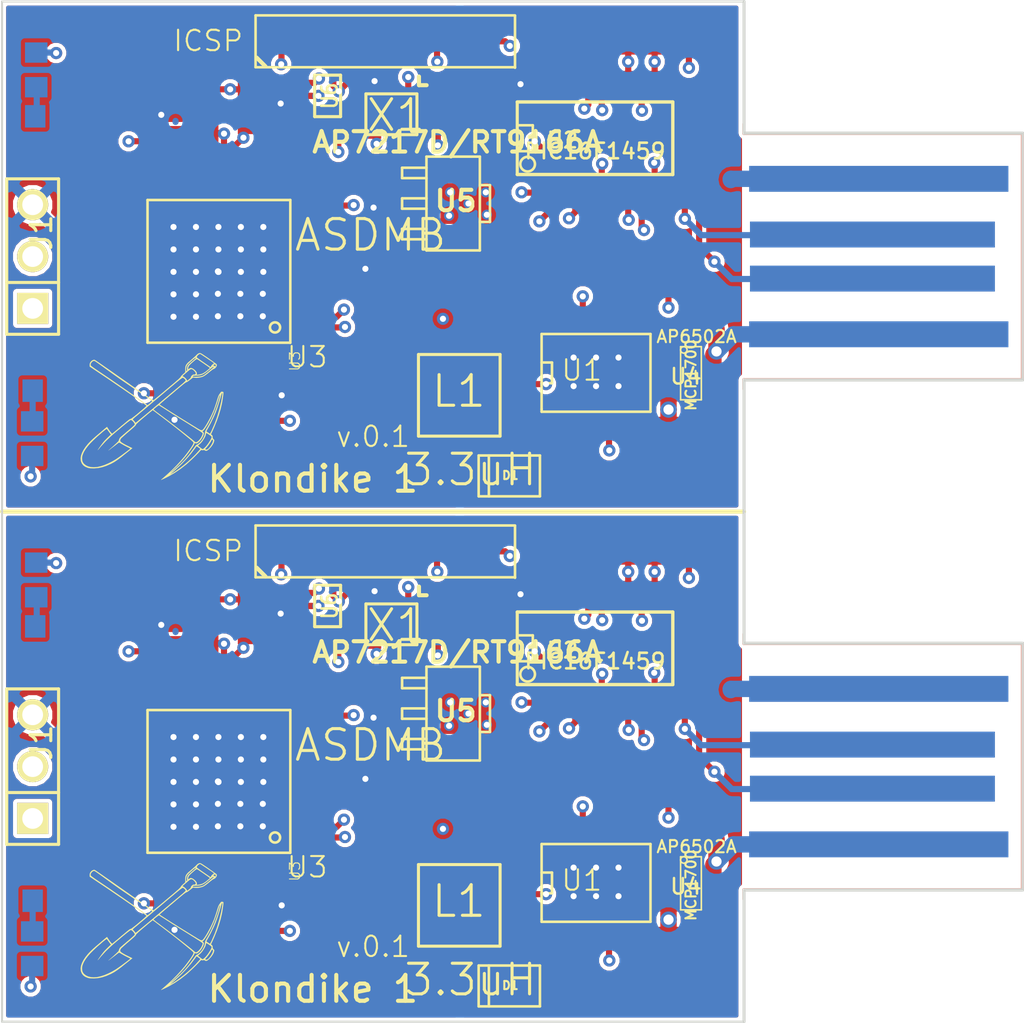
<source format=kicad_pcb>
(kicad_pcb (version 3) (host pcbnew "(2013-mar-13)-testing")
  (layers (15 F.Cu power) (2 Inner2.Cu mixed hide) (1 Inner1.Cu signal hide) (0 B.Cu power hide) (18 B.Paste user hide) (19 F.Paste user hide) (21 F.SilkS user) (22 B.Mask user hide) (23 F.Mask user hide) (28 Edge.Cuts user))
  (net 0 "")
  (net 1 /AVDD)
  (net 2 /CLK1)
  (net 3 /CLK_EN)
  (net 4 /D+)
  (net 5 /D-)
  (net 6 /DIN_1N)
  (net 7 /DIN_1P)
  (net 8 /GND)
  (net 9 /ICSPCLK)
  (net 10 /ICSPDAT)
  (net 11 /LED_DATA)
  (net 12 /MCLR)
  (net 13 /PWR_ON)
  (net 14 /RES_CK)
  (net 15 /RES_N)
  (net 16 /RES_P)
  (net 17 /SCL)
  (net 18 /SDA)
  (net 19 /VDD1)
  (net 20 /VIN)
  (net 21 GND)
  (net 22 N-000001)
  (net 23 N-0000015)
  (net 24 N-0000020)
  (net 25 N-0000022)
  (net 26 N-0000025)
  (net 27 N-0000026)
  (net 28 N-0000027)
  (net 29 N-0000028)
  (net 30 N-0000030)
  (net 31 N-0000031)
  (net 32 N-0000033)
  (net 33 N-0000034)
  (net 34 N-0000035)
  (net 35 N-000004)
  (net 36 N-0000040)
  (net 37 N-000007)
  (net 38 N-000008)
  (net 39 VCC)
  (module R0603 (layer F.Cu) (at 112.1 55.15 270)
    (fp_text reference R10)
    (fp_text value 10K)
    (pad 1 smd rect (at -0.84836 0 270) (size 0.99822 1.09982) (layers F.Cu F.Paste F.Mask) (net 39 VCC))
    (pad 2 smd rect (at 0.84836 0 270) (size 0.99822 1.09982) (layers F.Cu F.Paste F.Mask) (net 15 /RES_N))
  )
  (module R0603 (layer F.Cu) (at 110.05 55.6 270)
    (fp_text reference R9)
    (fp_text value 10K)
    (pad 1 smd rect (at -0.84836 0 270) (size 0.99822 1.09982) (layers F.Cu F.Paste F.Mask) (net 39 VCC))
    (pad 2 smd rect (at 0.84836 0 270) (size 0.99822 1.09982) (layers F.Cu F.Paste F.Mask) (net 16 /RES_P))
  )
  (module axelogo (layer F.Cu) (at 107.35 70.35)
    (fp_text reference VAL hide)
    (fp_text value axelogo hide)
  )
  (module R0603 (layer B.Cu) (at 101.675 53.35 270)
    (fp_text reference R8)
    (fp_text value 100R)
    (pad 1 smd rect (at -0.84836 0 270) (size 0.99822 1.09982) (layers B.Cu B.Paste B.Mask) (net 11 /LED_DATA))
    (pad 2 smd rect (at 0.84836 0 270) (size 0.99822 1.09982) (layers B.Cu B.Paste B.Mask) (net 23 N-0000015))
  )
  (module R0603 (layer B.Cu) (at 101.475 71.425 270)
    (fp_text reference R7)
    (fp_text value 100R)
    (pad 1 smd rect (at -0.84836 0 270) (size 0.99822 1.09982) (layers B.Cu B.Paste B.Mask) (net 24 N-0000020))
    (pad 2 smd rect (at 0.84836 0 270) (size 0.99822 1.09982) (layers B.Cu B.Paste B.Mask) (net 39 VCC))
  )
  (module C0603 (layer B.Cu) (at 101.625 56.475 270)
    (fp_text reference D3)
    (fp_text value LED)
    (pad 1 smd rect (at -0.84836 0 270) (size 1.09982 0.99822) (layers B.Cu B.Paste B.Mask) (net 23 N-0000015))
    (pad 2 smd rect (at 0.84836 0 270) (size 1.09982 0.99822) (layers B.Cu B.Paste B.Mask) (net 21 GND))
  )
  (module C0603 (layer B.Cu) (at 101.5 68.225 90)
    (fp_text reference D2)
    (fp_text value LED)
    (pad 1 smd rect (at -0.84836 0 90) (size 1.09982 0.99822) (layers B.Cu B.Paste B.Mask) (net 24 N-0000020))
    (pad 2 smd rect (at 0.84836 0 90) (size 1.09982 0.99822) (layers B.Cu B.Paste B.Mask) (net 21 GND))
  )
  (module SOT353 (layer F.Cu) (at 115.95 54.625)
    (fp_text reference U6 (at 0.09906 0 90) (layer F.SilkS) (effects (font (size 0.762 0.635) (thickness 0.127))))
    (fp_text value 74AUP1G02 hide)
    (pad 1 smd rect (at -1.016 -0.635) (size 0.508 0.3048) (layers F.Cu F.Paste F.Mask) (net 16 /RES_P))
    (pad 3 smd rect (at -1.016 0.635) (size 0.508 0.3048) (layers F.Cu F.Paste F.Mask) (net 21 GND))
    (pad 5 smd rect (at 1.016 -0.635) (size 0.508 0.3048) (layers F.Cu F.Paste F.Mask) (net 39 VCC))
    (pad 2 smd rect (at -1.016 0) (size 0.508 0.3048) (layers F.Cu F.Paste F.Mask) (net 15 /RES_N))
    (pad 4 smd rect (at 1.016 0.635) (size 0.508 0.3048) (layers F.Cu F.Paste F.Mask) (net 14 /RES_CK))
  )
  (module PROGPADS (layer F.Cu) (at 117.5 51.95 90)
    (fp_text reference J2 hide)
    (fp_text value PROGPADS hide)
    (fp_text user ICSP (at 0.025 -7.4 180) (layer F.SilkS) (effects (font (thickness 0.1016))))
    (pad 2 smd rect (at 0 -1.27 90) (size 1 1) (layers F.Cu F.Paste F.Mask) (net 39 VCC))
    (pad 3 smd rect (at 0 1.27 90) (size 1 1) (layers F.Cu F.Paste F.Mask) (net 21 GND))
    (pad 4 smd rect (at 0 3.81 90) (size 1 1) (layers F.Cu F.Paste F.Mask) (net 10 /ICSPDAT))
    (pad 1 smd rect (at 0 -3.81 90) (size 1 1) (layers F.Cu F.Paste F.Mask) (net 12 /MCLR))
    (pad 5 smd rect (at 0 6.35 90) (size 1 1) (layers F.Cu F.Paste F.Mask) (net 9 /ICSPCLK))
  )
  (module C0402 (layer F.Cu) (at 115.825 56.5)
    (fp_text reference C24)
    (fp_text value 30pF)
    (pad 1 smd rect (at -0.6477 0) (size 0.6985 0.89916) (layers F.Cu F.Paste F.Mask) (net 21 GND))
    (pad 2 smd rect (at 0.6477 0) (size 0.6985 0.89916) (layers F.Cu F.Paste F.Mask) (net 14 /RES_CK))
  )
  (module QFN48 (layer F.Cu) (at 110.625 63.225 270)
    (fp_text reference U3 (at 4.4 -3.725 270) (layer F.SilkS) (effects (font (size 0.5 0.5) (thickness 0.05))))
    (fp_text value AVALON hide)
    (pad P$1 smd rect (at 3.49758 -2.74828 270) (size 0.49784 0.29972) (layers F.Cu F.Paste F.Mask) (net 19 /VDD1))
    (pad P$2 smd rect (at 3.49758 -2.2479 270) (size 0.49784 0.29972) (layers F.Cu F.Paste F.Mask) (net 19 /VDD1))
    (pad P$3 smd rect (at 3.49758 -1.74752 270) (size 0.49784 0.29972) (layers F.Cu F.Paste F.Mask) (net 19 /VDD1))
    (pad P$4 smd rect (at 3.49758 -1.24968 270) (size 0.49784 0.29972) (layers F.Cu F.Paste F.Mask) (net 25 N-0000022))
    (pad P$5 smd rect (at 3.49758 -0.7493 270) (size 0.49784 0.29972) (layers F.Cu F.Paste F.Mask) (net 22 N-000001))
    (pad P$6 smd rect (at 3.49758 -0.24892 270) (size 0.49784 0.29972) (layers F.Cu F.Paste F.Mask) (net 19 /VDD1))
    (pad P$7 smd rect (at 3.49758 0.24892 270) (size 0.49784 0.29972) (layers F.Cu F.Paste F.Mask) (net 21 GND))
    (pad P$8 smd rect (at 3.49758 0.7493 270) (size 0.49784 0.29972) (layers F.Cu F.Paste F.Mask) (net 19 /VDD1))
    (pad P$9 smd rect (at 3.49758 1.24968 270) (size 0.49784 0.29972) (layers F.Cu F.Paste F.Mask) (net 19 /VDD1))
    (pad P$10 smd rect (at 3.49758 1.74752 270) (size 0.49784 0.29972) (layers F.Cu F.Paste F.Mask) (net 19 /VDD1))
    (pad P$11 smd rect (at 3.49758 2.2479 270) (size 0.49784 0.29972) (layers F.Cu F.Paste F.Mask) (net 21 GND))
    (pad P$12 smd rect (at 3.49758 2.74828 270) (size 0.49784 0.29972) (layers F.Cu F.Paste F.Mask) (net 39 VCC))
    (pad P$13 smd rect (at 2.74828 3.49758 180) (size 0.49784 0.29972) (layers F.Cu F.Paste F.Mask) (net 38 N-000008))
    (pad P$14 smd rect (at 2.2479 3.49758 180) (size 0.49784 0.29972) (layers F.Cu F.Paste F.Mask) (net 37 N-000007))
    (pad P$15 smd rect (at 1.74752 3.49758 180) (size 0.49784 0.29972) (layers F.Cu F.Paste F.Mask) (net 19 /VDD1))
    (pad P$16 smd rect (at 1.24968 3.49758 180) (size 0.49784 0.29972) (layers F.Cu F.Paste F.Mask) (net 19 /VDD1))
    (pad P$17 smd rect (at 0.7493 3.49758 180) (size 0.49784 0.29972) (layers F.Cu F.Paste F.Mask) (net 21 GND))
    (pad P$18 smd rect (at 0.24892 3.49758 180) (size 0.49784 0.29972) (layers F.Cu F.Paste F.Mask) (net 19 /VDD1))
    (pad P$19 smd rect (at -0.24892 3.49758 180) (size 0.49784 0.29972) (layers F.Cu F.Paste F.Mask))
    (pad P$20 smd rect (at -0.7493 3.49758 180) (size 0.49784 0.29972) (layers F.Cu F.Paste F.Mask))
    (pad P$21 smd rect (at -1.24968 3.49758 180) (size 0.49784 0.29972) (layers F.Cu F.Paste F.Mask) (net 19 /VDD1))
    (pad P$22 smd rect (at -1.74752 3.49758 180) (size 0.49784 0.29972) (layers F.Cu F.Paste F.Mask) (net 19 /VDD1))
    (pad P$23 smd rect (at -2.2479 3.49758 180) (size 0.49784 0.29972) (layers F.Cu F.Paste F.Mask) (net 19 /VDD1))
    (pad P$24 smd rect (at -2.74828 3.49758 180) (size 0.49784 0.29972) (layers F.Cu F.Paste F.Mask) (net 19 /VDD1))
    (pad P$25 smd rect (at -3.49758 2.74828 90) (size 0.49784 0.29972) (layers F.Cu F.Paste F.Mask) (net 39 VCC))
    (pad P$26 smd rect (at -3.49758 2.2479 90) (size 0.49784 0.29972) (layers F.Cu F.Paste F.Mask) (net 21 GND))
    (pad P$27 smd rect (at -3.49758 1.74752 90) (size 0.49784 0.29972) (layers F.Cu F.Paste F.Mask) (net 19 /VDD1))
    (pad P$28 smd rect (at -3.49758 1.24968 90) (size 0.49784 0.29972) (layers F.Cu F.Paste F.Mask) (net 19 /VDD1))
    (pad P$29 smd rect (at -3.49758 0.7493 90) (size 0.49784 0.29972) (layers F.Cu F.Paste F.Mask) (net 21 GND))
    (pad P$30 smd rect (at -3.49758 0.24892 90) (size 0.49784 0.29972) (layers F.Cu F.Paste F.Mask) (net 19 /VDD1))
    (pad P$31 smd rect (at -3.49758 -0.24892 90) (size 0.49784 0.29972) (layers F.Cu F.Paste F.Mask) (net 16 /RES_P))
    (pad P$32 smd rect (at -3.49758 -0.7493 90) (size 0.49784 0.29972) (layers F.Cu F.Paste F.Mask) (net 15 /RES_N))
    (pad P$33 smd rect (at -3.49758 -1.24968 90) (size 0.49784 0.29972) (layers F.Cu F.Paste F.Mask) (net 19 /VDD1))
    (pad P$34 smd rect (at -3.49758 -1.74752 90) (size 0.49784 0.29972) (layers F.Cu F.Paste F.Mask) (net 19 /VDD1))
    (pad P$35 smd rect (at -3.49758 -2.2479 90) (size 0.49784 0.29972) (layers F.Cu F.Paste F.Mask) (net 19 /VDD1))
    (pad P$36 smd rect (at -3.49758 -2.74828 90) (size 0.49784 0.29972) (layers F.Cu F.Paste F.Mask) (net 19 /VDD1))
    (pad P$37 smd rect (at -2.74828 -3.49758) (size 0.49784 0.29972) (layers F.Cu F.Paste F.Mask) (net 19 /VDD1))
    (pad P$38 smd rect (at -2.2479 -3.49758) (size 0.49784 0.29972) (layers F.Cu F.Paste F.Mask) (net 19 /VDD1))
    (pad P$39 smd rect (at -1.74752 -3.49758) (size 0.49784 0.29972) (layers F.Cu F.Paste F.Mask) (net 35 N-000004))
    (pad P$40 smd rect (at -1.24968 -3.49758) (size 0.49784 0.29972) (layers F.Cu F.Paste F.Mask) (net 2 /CLK1))
    (pad P$41 smd rect (at -0.7493 -3.49758) (size 0.49784 0.29972) (layers F.Cu F.Paste F.Mask) (net 21 GND))
    (pad P$42 smd rect (at -0.24892 -3.49758) (size 0.49784 0.29972) (layers F.Cu F.Paste F.Mask) (net 1 /AVDD))
    (pad P$43 smd rect (at 0.24892 -3.49758) (size 0.49784 0.29972) (layers F.Cu F.Paste F.Mask) (net 19 /VDD1))
    (pad P$44 smd rect (at 0.7493 -3.49758) (size 0.49784 0.29972) (layers F.Cu F.Paste F.Mask) (net 21 GND))
    (pad P$45 smd rect (at 1.24968 -3.49758) (size 0.49784 0.29972) (layers F.Cu F.Paste F.Mask) (net 19 /VDD1))
    (pad P$46 smd rect (at 1.74752 -3.49758) (size 0.49784 0.29972) (layers F.Cu F.Paste F.Mask) (net 19 /VDD1))
    (pad P$47 smd rect (at 2.2479 -3.49758) (size 0.49784 0.29972) (layers F.Cu F.Paste F.Mask) (net 6 /DIN_1N))
    (pad P$48 smd rect (at 2.74828 -3.49758) (size 0.49784 0.29972) (layers F.Cu F.Paste F.Mask) (net 7 /DIN_1P))
    (pad GND smd rect (at 0 0 270) (size 5.4 5.4) (layers F.Cu F.Mask) (net 21 GND))
  )
  (module C0402 (layer F.Cu) (at 119.45 63.1 270)
    (fp_text reference C23)
    (fp_text value 0.47uF)
    (pad 1 smd rect (at -0.6477 0 270) (size 0.6985 0.89916) (layers F.Cu F.Paste F.Mask) (net 1 /AVDD))
    (pad 2 smd rect (at 0.6477 0 270) (size 0.6985 0.89916) (layers F.Cu F.Paste F.Mask) (net 21 GND))
  )
  (module C0402 (layer F.Cu) (at 112.5 70.55 180)
    (fp_text reference R6)
    (fp_text value 100K)
    (pad 1 smd rect (at -0.6477 0 180) (size 0.6985 0.89916) (layers F.Cu F.Paste F.Mask) (net 39 VCC))
    (pad 2 smd rect (at 0.6477 0 180) (size 0.6985 0.89916) (layers F.Cu F.Paste F.Mask) (net 25 N-0000022))
  )
  (module sot89 (layer F.Cu) (at 122.1 59.9 270)
    (fp_text reference U5 (at -0.125 -0.125 360) (layer F.SilkS) (effects (font (size 1.00076 1.00076) (thickness 0.20066))))
    (fp_text value AP7217D/RT9166A (at -2.99974 -0.20066 360) (layer F.SilkS) (effects (font (size 1.00076 1.00076) (thickness 0.20066))))
    (pad 1 smd rect (at -1.50114 1.89992 270) (size 0.70104 1.6002) (layers F.Cu F.Paste F.Mask) (net 21 GND))
    (pad 2 smd rect (at 0 1.651 270) (size 0.70104 2.10058) (layers F.Cu F.Paste F.Mask) (net 20 /VIN))
    (pad 3 smd rect (at 1.50114 1.89992 270) (size 0.70104 1.6002) (layers F.Cu F.Paste F.Mask) (net 1 /AVDD))
    (pad 2 smd rect (at 0 -0.7493 270) (size 1.99898 2.75082) (layers F.Cu F.Paste F.Mask) (net 20 /VIN))
  )
  (module C0402 (layer F.Cu) (at 104.3 60.95 180)
    (fp_text reference C22)
    (fp_text value "0.47uF x 8")
    (pad 1 smd rect (at -0.6477 0 180) (size 0.6985 0.89916) (layers F.Cu F.Paste F.Mask) (net 19 /VDD1))
    (pad 2 smd rect (at 0.6477 0 180) (size 0.6985 0.89916) (layers F.Cu F.Paste F.Mask) (net 21 GND))
  )
  (module C0402 (layer F.Cu) (at 109.1 69.85 270)
    (fp_text reference C21)
    (fp_text value 0.47uF)
    (pad 1 smd rect (at -0.6477 0 270) (size 0.6985 0.89916) (layers F.Cu F.Paste F.Mask) (net 19 /VDD1))
    (pad 2 smd rect (at 0.6477 0 270) (size 0.6985 0.89916) (layers F.Cu F.Paste F.Mask) (net 21 GND))
  )
  (module C0402 (layer F.Cu) (at 113.65 56.55 90)
    (fp_text reference C20)
    (fp_text value 0.47uF)
    (pad 1 smd rect (at -0.6477 0 90) (size 0.6985 0.89916) (layers F.Cu F.Paste F.Mask) (net 19 /VDD1))
    (pad 2 smd rect (at 0.6477 0 90) (size 0.6985 0.89916) (layers F.Cu F.Paste F.Mask) (net 21 GND))
  )
  (module C0402 (layer F.Cu) (at 108.4 56.2 90)
    (fp_text reference C19)
    (fp_text value 0.47uF)
    (pad 1 smd rect (at -0.6477 0 90) (size 0.6985 0.89916) (layers F.Cu F.Paste F.Mask) (net 19 /VDD1))
    (pad 2 smd rect (at 0.6477 0 90) (size 0.6985 0.89916) (layers F.Cu F.Paste F.Mask) (net 21 GND))
  )
  (module C0402 (layer F.Cu) (at 117.55 61.1)
    (fp_text reference C18)
    (fp_text value 0.47uF)
    (pad 1 smd rect (at -0.6477 0) (size 0.6985 0.89916) (layers F.Cu F.Paste F.Mask) (net 19 /VDD1))
    (pad 2 smd rect (at 0.6477 0) (size 0.6985 0.89916) (layers F.Cu F.Paste F.Mask) (net 21 GND))
  )
  (module C0402 (layer F.Cu) (at 104.3 64.15 180)
    (fp_text reference C17)
    (fp_text value 0.47uF)
    (pad 1 smd rect (at -0.6477 0 180) (size 0.6985 0.89916) (layers F.Cu F.Paste F.Mask) (net 19 /VDD1))
    (pad 2 smd rect (at 0.6477 0 180) (size 0.6985 0.89916) (layers F.Cu F.Paste F.Mask) (net 21 GND))
  )
  (module C0402 (layer F.Cu) (at 117.6 63.85)
    (fp_text reference C16)
    (fp_text value 0.47uF)
    (pad 1 smd rect (at -0.6477 0) (size 0.6985 0.89916) (layers F.Cu F.Paste F.Mask) (net 19 /VDD1))
    (pad 2 smd rect (at 0.6477 0) (size 0.6985 0.89916) (layers F.Cu F.Paste F.Mask) (net 21 GND))
  )
  (module C0402 (layer F.Cu) (at 114.85 69.3 180)
    (fp_text reference C15)
    (fp_text value 0.47uF)
    (pad 1 smd rect (at -0.6477 0 180) (size 0.6985 0.89916) (layers F.Cu F.Paste F.Mask) (net 19 /VDD1))
    (pad 2 smd rect (at 0.6477 0 180) (size 0.6985 0.89916) (layers F.Cu F.Paste F.Mask) (net 21 GND))
  )
  (module C0402 (layer F.Cu) (at 112.5 69.3)
    (fp_text reference C14)
    (fp_text value 0.47uF)
    (pad 1 smd rect (at -0.6477 0) (size 0.6985 0.89916) (layers F.Cu F.Paste F.Mask) (net 25 N-0000022))
    (pad 2 smd rect (at 0.6477 0) (size 0.6985 0.89916) (layers F.Cu F.Paste F.Mask) (net 21 GND))
  )
  (module C0402 (layer F.Cu) (at 107.15 56.2 90)
    (fp_text reference C13)
    (fp_text value 0.47uF)
    (pad 1 smd rect (at -0.6477 0 90) (size 0.6985 0.89916) (layers F.Cu F.Paste F.Mask) (net 39 VCC))
    (pad 2 smd rect (at 0.6477 0 90) (size 0.6985 0.89916) (layers F.Cu F.Paste F.Mask) (net 21 GND))
  )
  (module C0402 (layer F.Cu) (at 107.85 69.85 270)
    (fp_text reference C12)
    (fp_text value 0.47uF)
    (pad 1 smd rect (at -0.6477 0 270) (size 0.6985 0.89916) (layers F.Cu F.Paste F.Mask) (net 39 VCC))
    (pad 2 smd rect (at 0.6477 0 270) (size 0.6985 0.89916) (layers F.Cu F.Paste F.Mask) (net 21 GND))
  )
  (module C0603 (layer F.Cu) (at 122.45 63.2)
    (fp_text reference C11)
    (fp_text value 10uF)
    (pad 1 smd rect (at -0.84836 0) (size 1.09982 0.99822) (layers F.Cu F.Paste F.Mask) (net 1 /AVDD))
    (pad 2 smd rect (at 0.84836 0) (size 1.09982 0.99822) (layers F.Cu F.Paste F.Mask) (net 21 GND))
  )
  (module SOT23 (layer F.Cu) (at 133.75 68.25 270)
    (fp_text reference U4 (at 0.125 0.25 360) (layer F.SilkS) (effects (font (size 0.762 0.762) (thickness 0.11938))))
    (fp_text value MCP1700 (at 0.0635 0 270) (layer F.SilkS) (effects (font (size 0.50038 0.50038) (thickness 0.09906))))
    (pad 3 smd rect (at 0 -1.09982 270) (size 0.8001 1.00076) (layers F.Cu F.Paste F.Mask) (net 20 /VIN))
    (pad 2 smd rect (at 0.9525 1.09982 270) (size 0.8001 1.00076) (layers F.Cu F.Paste F.Mask) (net 39 VCC))
    (pad 1 smd rect (at -0.9525 1.09982 270) (size 0.8001 1.00076) (layers F.Cu F.Paste F.Mask) (net 21 GND))
  )
  (module C0603 (layer F.Cu) (at 132.65 71.75 270)
    (fp_text reference C10)
    (fp_text value 10uF)
    (pad 1 smd rect (at -0.84836 0 270) (size 1.09982 0.99822) (layers F.Cu F.Paste F.Mask) (net 39 VCC))
    (pad 2 smd rect (at 0.84836 0 270) (size 1.09982 0.99822) (layers F.Cu F.Paste F.Mask) (net 21 GND))
  )
  (module C0603 (layer F.Cu) (at 134.85 65.05 90)
    (fp_text reference C9)
    (fp_text value 10uF)
    (pad 1 smd rect (at -0.84836 0 90) (size 1.09982 0.99822) (layers F.Cu F.Paste F.Mask) (net 20 /VIN))
    (pad 2 smd rect (at 0.84836 0 90) (size 1.09982 0.99822) (layers F.Cu F.Paste F.Mask) (net 21 GND))
  )
  (module B_IND_4x4 (layer F.Cu) (at 122.4 69.3)
    (fp_text reference L1 (at -0.025 -0.2) (layer F.SilkS) (effects (font (size 1.5 1.5))))
    (fp_text value 3.3uH (at 0.55 3.65) (layer F.SilkS) (effects (font (size 1.5 1.5))))
    (pad 1 smd rect (at 1.25 0) (size 1.5 3.6) (layers F.Cu F.Paste F.Mask) (net 36 N-0000040))
    (pad 2 smd rect (at -1.25 0) (size 1.5 3.6) (layers F.Cu F.Paste F.Mask) (net 19 /VDD1))
  )
  (module C0402 (layer F.Cu) (at 126.75 52.15)
    (fp_text reference C8)
    (fp_text value 0.1uF)
    (pad 1 smd rect (at -0.6477 0) (size 0.6985 0.89916) (layers F.Cu F.Paste F.Mask) (net 21 GND))
    (pad 2 smd rect (at 0.6477 0) (size 0.6985 0.89916) (layers F.Cu F.Paste F.Mask) (net 32 N-0000033))
  )
  (module C0402 (layer F.Cu) (at 121.35 55.5 270)
    (fp_text reference C7)
    (fp_text value 0.01uF)
    (pad 1 smd rect (at -0.6477 0 270) (size 0.6985 0.89916) (layers F.Cu F.Paste F.Mask) (net 21 GND))
    (pad 2 smd rect (at 0.6477 0 270) (size 0.6985 0.89916) (layers F.Cu F.Paste F.Mask) (net 39 VCC))
  )
  (module C0603 (layer F.Cu) (at 122.45 64.85 180)
    (fp_text reference C6)
    (fp_text value 22uF)
    (pad 1 smd rect (at -0.84836 0 180) (size 1.09982 0.99822) (layers F.Cu F.Paste F.Mask) (net 21 GND))
    (pad 2 smd rect (at 0.84836 0 180) (size 1.09982 0.99822) (layers F.Cu F.Paste F.Mask) (net 19 /VDD1))
  )
  (module do219ab (layer F.Cu) (at 124.85 73.25 180)
    (fp_text reference D1 (at -0.05 0.025 180) (layer F.SilkS) (effects (font (size 0.39878 0.39878) (thickness 0.09906))))
    (fp_text value SL02 hide)
    (pad 2 smd rect (at 1.45034 0 180) (size 1.30048 1.39954) (layers F.Cu F.Paste F.Mask) (net 36 N-0000040))
    (pad 1 smd rect (at -1.45034 0 180) (size 1.30048 1.39954) (layers F.Cu F.Paste F.Mask) (net 20 /VIN))
  )
  (module USBAPCB (layer B.Cu) (at 142.95 62.5 270)
    (fp_text reference USBAPCB hide)
    (fp_text value VAL** hide)
    (pad 1 smd rect (at 3.81 0 270) (size 1.27 12.7) (layers B.Cu B.Mask) (net 20 /VIN))
    (pad 4 smd rect (at -3.81 0 270) (size 1.27 12.7) (layers B.Cu B.Mask) (net 8 /GND))
    (pad 3 smd rect (at -1.08 0.31 270) (size 1.27 12) (layers B.Cu B.Mask) (net 4 /D+))
    (pad 2 smd rect (at 1.08 0.31 270) (size 1.27 12) (layers B.Cu B.Mask) (net 5 /D-))
  )
  (module R0603 (layer F.Cu) (at 132.8 52.05)
    (fp_text reference R5)
    (fp_text value 1K)
    (pad 1 smd rect (at -0.84836 0) (size 0.99822 1.09982) (layers F.Cu F.Paste F.Mask) (net 17 /SCL))
    (pad 2 smd rect (at 0.84836 0) (size 0.99822 1.09982) (layers F.Cu F.Paste F.Mask) (net 39 VCC))
  )
  (module R0603 (layer F.Cu) (at 129.75 52.05 180)
    (fp_text reference R4)
    (fp_text value 1K)
    (pad 1 smd rect (at -0.84836 0 180) (size 0.99822 1.09982) (layers F.Cu F.Paste F.Mask) (net 18 /SDA))
    (pad 2 smd rect (at 0.84836 0 180) (size 0.99822 1.09982) (layers F.Cu F.Paste F.Mask) (net 39 VCC))
  )
  (module R0603 (layer F.Cu) (at 127.4 62.15)
    (fp_text reference R3)
    (fp_text value 3.24K)
    (pad 1 smd rect (at -0.84836 0) (size 0.99822 1.09982) (layers F.Cu F.Paste F.Mask) (net 21 GND))
    (pad 2 smd rect (at 0.84836 0) (size 0.99822 1.09982) (layers F.Cu F.Paste F.Mask) (net 29 N-0000028))
  )
  (module R0603 (layer F.Cu) (at 131.8 62.35 180)
    (fp_text reference R2)
    (fp_text value 10K)
    (pad 1 smd rect (at -0.84836 0 180) (size 0.99822 1.09982) (layers F.Cu F.Paste F.Mask) (net 21 GND))
    (pad 2 smd rect (at 0.84836 0 180) (size 0.99822 1.09982) (layers F.Cu F.Paste F.Mask) (net 26 N-0000025))
  )
  (module R0603 (layer F.Cu) (at 131.8 63.85 180)
    (fp_text reference R1)
    (fp_text value 3K)
    (pad 1 smd rect (at -0.84836 0 180) (size 0.99822 1.09982) (layers F.Cu F.Paste F.Mask) (net 19 /VDD1))
    (pad 2 smd rect (at 0.84836 0 180) (size 0.99822 1.09982) (layers F.Cu F.Paste F.Mask) (net 26 N-0000025))
  )
  (module C0603 (layer F.Cu) (at 122.45 66.2 180)
    (fp_text reference C5)
    (fp_text value 22uF)
    (pad 1 smd rect (at -0.84836 0 180) (size 1.09982 0.99822) (layers F.Cu F.Paste F.Mask) (net 21 GND))
    (pad 2 smd rect (at 0.84836 0 180) (size 1.09982 0.99822) (layers F.Cu F.Paste F.Mask) (net 19 /VDD1))
  )
  (module C0603 (layer F.Cu) (at 129.6 63 90)
    (fp_text reference C4)
    (fp_text value 6.8nF)
    (pad 1 smd rect (at -0.84836 0 90) (size 1.09982 0.99822) (layers F.Cu F.Paste F.Mask) (net 28 N-0000027))
    (pad 2 smd rect (at 0.84836 0 90) (size 1.09982 0.99822) (layers F.Cu F.Paste F.Mask) (net 29 N-0000028))
  )
  (module C0603 (layer F.Cu) (at 125.5 69.6 270)
    (fp_text reference C3)
    (fp_text value 6.8nF)
    (pad 1 smd rect (at -0.84836 0 270) (size 1.09982 0.99822) (layers F.Cu F.Paste F.Mask) (net 30 N-0000030))
    (pad 2 smd rect (at 0.84836 0 270) (size 1.09982 0.99822) (layers F.Cu F.Paste F.Mask) (net 36 N-0000040))
  )
  (module C0603 (layer F.Cu) (at 125.45 66.35 270)
    (fp_text reference C2)
    (fp_text value 0.1uF)
    (pad 1 smd rect (at -0.84836 0 270) (size 1.09982 0.99822) (layers F.Cu F.Paste F.Mask) (net 27 N-0000026))
    (pad 2 smd rect (at 0.84836 0 270) (size 1.09982 0.99822) (layers F.Cu F.Paste F.Mask) (net 21 GND))
  )
  (module C0603 (layer F.Cu) (at 129.25 73.1)
    (fp_text reference C1)
    (fp_text value 10uF)
    (pad 1 smd rect (at -0.84836 0) (size 1.09982 0.99822) (layers F.Cu F.Paste F.Mask) (net 20 /VIN))
    (pad 2 smd rect (at 0.84836 0) (size 1.09982 0.99822) (layers F.Cu F.Paste F.Mask) (net 21 GND))
  )
  (module SSOP20 (layer F.Cu) (at 129.05 56.7)
    (fp_text reference U2 (at -1.6 0.1) (layer F.SilkS) (effects (font (size 0.762 0.762) (thickness 0.127))))
    (fp_text value PIC16F1459 (at 0 0.635) (layer F.SilkS) (effects (font (size 0.762 0.762) (thickness 0.127))))
    (pad 1 smd rect (at -2.921 2.667) (size 0.4064 1.27) (layers F.Cu F.Paste F.Mask) (net 39 VCC))
    (pad 2 smd rect (at -2.286 2.667) (size 0.4064 1.27) (layers F.Cu F.Paste F.Mask) (net 11 /LED_DATA))
    (pad 3 smd rect (at -1.6256 2.667) (size 0.4064 1.27) (layers F.Cu F.Paste F.Mask) (net 3 /CLK_EN))
    (pad 4 smd rect (at -0.9652 2.667) (size 0.4064 1.27) (layers F.Cu F.Paste F.Mask) (net 12 /MCLR))
    (pad 5 smd rect (at -0.3302 2.667) (size 0.4064 1.27) (layers F.Cu F.Paste F.Mask) (net 34 N-0000035))
    (pad 6 smd rect (at 0.3302 2.667) (size 0.4064 1.27) (layers F.Cu F.Paste F.Mask) (net 13 /PWR_ON))
    (pad 7 smd rect (at 0.9906 2.667) (size 0.4064 1.27) (layers F.Cu F.Paste F.Mask) (net 31 N-0000031))
    (pad 8 smd rect (at 1.6256 2.667) (size 0.4064 1.27) (layers F.Cu F.Paste F.Mask) (net 6 /DIN_1N))
    (pad 9 smd rect (at 2.286 2.667) (size 0.4064 1.27) (layers F.Cu F.Paste F.Mask) (net 7 /DIN_1P))
    (pad 10 smd rect (at 2.921 2.667) (size 0.4064 1.27) (layers F.Cu F.Paste F.Mask) (net 14 /RES_CK))
    (pad 11 smd rect (at 2.921 -2.667) (size 0.4064 1.27) (layers F.Cu F.Paste F.Mask) (net 17 /SCL))
    (pad 12 smd rect (at 2.286 -2.667) (size 0.4064 1.27) (layers F.Cu F.Paste F.Mask) (net 15 /RES_N))
    (pad 13 smd rect (at 1.6256 -2.667) (size 0.4064 1.27) (layers F.Cu F.Paste F.Mask) (net 18 /SDA))
    (pad 14 smd rect (at 0.9906 -2.667) (size 0.4064 1.27) (layers F.Cu F.Paste F.Mask) (net 33 N-0000034))
    (pad 15 smd rect (at 0.3302 -2.667) (size 0.4064 1.27) (layers F.Cu F.Paste F.Mask) (net 9 /ICSPCLK))
    (pad 16 smd rect (at -0.3302 -2.667) (size 0.4064 1.27) (layers F.Cu F.Paste F.Mask) (net 10 /ICSPDAT))
    (pad 17 smd rect (at -0.9652 -2.667) (size 0.4064 1.27) (layers F.Cu F.Paste F.Mask) (net 32 N-0000033))
    (pad 18 smd rect (at -1.6256 -2.667) (size 0.4064 1.27) (layers F.Cu F.Paste F.Mask) (net 5 /D-))
    (pad 19 smd rect (at -2.286 -2.667) (size 0.4064 1.27) (layers F.Cu F.Paste F.Mask) (net 4 /D+))
    (pad 20 smd rect (at -2.921 -2.667) (size 0.4064 1.27) (layers F.Cu F.Paste F.Mask) (net 21 GND))
  )
  (module PIN_ARRAY_3X1 (layer F.Cu) (at 101.5 62.5 90)
    (fp_text reference J1 (at 1.175 0.425 90) (layer F.SilkS) (effects (font (size 1.016 1.016) (thickness 0.1524))))
    (fp_text value I2C hide)
    (pad 1 thru_hole rect (at -2.54 0 90) (size 1.524 1.524) (drill 1.016) (layers *.Cu *.Mask F.SilkS) (net 18 /SDA))
    (pad 2 thru_hole circle (at 0 0 90) (size 1.524 1.524) (drill 1.016) (layers *.Cu *.Mask F.SilkS) (net 17 /SCL))
    (pad 3 thru_hole circle (at 2.54 0 90) (size 1.524 1.524) (drill 1.016) (layers *.Cu *.Mask F.SilkS) (net 21 GND))
  )
  (module QFN4 (layer F.Cu) (at 119.075 55.525 180)
    (fp_text reference X1 (at -0.225 -0.05 180) (layer F.SilkS) (effects (font (size 1.5 1.5))))
    (fp_text value ASDMB (at 1.025 -5.925 180) (layer F.SilkS) (effects (font (size 1.5 1.5))))
    (pad 3 smd rect (at 0.825 -0.775 180) (size 0.65 0.85) (layers F.Cu F.Paste F.Mask) (net 2 /CLK1))
    (pad 4 smd rect (at -0.825 -0.775 180) (size 0.65 0.85) (layers F.Cu F.Paste F.Mask) (net 39 VCC))
    (pad 2 smd rect (at 0.825 0.775 180) (size 0.65 0.85) (layers F.Cu F.Paste F.Mask) (net 21 GND))
    (pad 1 smd rect (at -0.825 0.775 180) (size 0.65 0.85) (layers F.Cu F.Paste F.Mask) (net 3 /CLK_EN))
  )
  (module SOIC-8PAD (layer F.Cu) (at 129.1 68.2)
    (fp_text reference U1 (at -0.7 -0.125) (layer F.SilkS) (effects (font (thickness 0.1016))))
    (fp_text value AP6502A (at 4.925 -1.775) (layer F.SilkS) (effects (font (size 0.6 0.6) (thickness 0.1))))
    (pad 8 smd rect (at -1.905 -2.5) (size 0.8 1.5) (layers F.Cu F.Paste F.Mask) (net 27 N-0000026))
    (pad 1 smd rect (at -1.905 2.5) (size 0.8 1.5) (layers F.Cu F.Paste F.Mask) (net 36 N-0000040))
    (pad 7 smd rect (at -0.635 -2.5) (size 0.8 1.5) (layers F.Cu F.Paste F.Mask) (net 13 /PWR_ON))
    (pad 6 smd rect (at 0.635 -2.5) (size 0.8 1.5) (layers F.Cu F.Paste F.Mask) (net 28 N-0000027))
    (pad 5 smd rect (at 1.905 -2.5) (size 0.8 1.5) (layers F.Cu F.Paste F.Mask) (net 26 N-0000025))
    (pad 2 smd rect (at -0.635 2.5) (size 0.8 1.5) (layers F.Cu F.Paste F.Mask) (net 20 /VIN))
    (pad 3 smd rect (at 0.635 2.5) (size 0.8 1.5) (layers F.Cu F.Paste F.Mask) (net 30 N-0000030))
    (pad 4 smd rect (at 1.905 2.5) (size 0.8 1.5) (layers F.Cu F.Paste F.Mask) (net 21 GND))
    (pad 9 smd rect (at 0 0) (size 3.5 2.6) (layers F.Cu F.Mask) (net 21 GND))
  )
  (module SOIC-8PAD (layer F.Cu) (at 129.1 93.2)
    (fp_text reference U1 (at -0.7 -0.125) (layer F.SilkS) (effects (font (thickness 0.1016))))
    (fp_text value AP6502A (at 4.925 -1.775) (layer F.SilkS) (effects (font (size 0.6 0.6) (thickness 0.1))))
    (pad 8 smd rect (at -1.905 -2.5) (size 0.8 1.5) (layers F.Cu F.Paste F.Mask) (net 27 N-0000026))
    (pad 1 smd rect (at -1.905 2.5) (size 0.8 1.5) (layers F.Cu F.Paste F.Mask) (net 36 N-0000040))
    (pad 7 smd rect (at -0.635 -2.5) (size 0.8 1.5) (layers F.Cu F.Paste F.Mask) (net 13 /PWR_ON))
    (pad 6 smd rect (at 0.635 -2.5) (size 0.8 1.5) (layers F.Cu F.Paste F.Mask) (net 28 N-0000027))
    (pad 5 smd rect (at 1.905 -2.5) (size 0.8 1.5) (layers F.Cu F.Paste F.Mask) (net 26 N-0000025))
    (pad 2 smd rect (at -0.635 2.5) (size 0.8 1.5) (layers F.Cu F.Paste F.Mask) (net 20 /VIN))
    (pad 3 smd rect (at 0.635 2.5) (size 0.8 1.5) (layers F.Cu F.Paste F.Mask) (net 30 N-0000030))
    (pad 4 smd rect (at 1.905 2.5) (size 0.8 1.5) (layers F.Cu F.Paste F.Mask) (net 21 GND))
    (pad 9 smd rect (at 0 0) (size 3.5 2.6) (layers F.Cu F.Mask) (net 21 GND))
  )
  (module QFN4 (layer F.Cu) (at 119.075 80.525 180)
    (fp_text reference X1 (at -0.225 -0.05 180) (layer F.SilkS) (effects (font (size 1.5 1.5))))
    (fp_text value ASDMB (at 1.025 -5.925 180) (layer F.SilkS) (effects (font (size 1.5 1.5))))
    (pad 3 smd rect (at 0.825 -0.775 180) (size 0.65 0.85) (layers F.Cu F.Paste F.Mask) (net 2 /CLK1))
    (pad 4 smd rect (at -0.825 -0.775 180) (size 0.65 0.85) (layers F.Cu F.Paste F.Mask) (net 39 VCC))
    (pad 2 smd rect (at 0.825 0.775 180) (size 0.65 0.85) (layers F.Cu F.Paste F.Mask) (net 21 GND))
    (pad 1 smd rect (at -0.825 0.775 180) (size 0.65 0.85) (layers F.Cu F.Paste F.Mask) (net 3 /CLK_EN))
  )
  (module PIN_ARRAY_3X1 (layer F.Cu) (at 101.5 87.5 90)
    (fp_text reference J1 (at 1.175 0.425 90) (layer F.SilkS) (effects (font (size 1.016 1.016) (thickness 0.1524))))
    (fp_text value I2C hide)
    (pad 1 thru_hole rect (at -2.54 0 90) (size 1.524 1.524) (drill 1.016) (layers *.Cu *.Mask F.SilkS) (net 18 /SDA))
    (pad 2 thru_hole circle (at 0 0 90) (size 1.524 1.524) (drill 1.016) (layers *.Cu *.Mask F.SilkS) (net 17 /SCL))
    (pad 3 thru_hole circle (at 2.54 0 90) (size 1.524 1.524) (drill 1.016) (layers *.Cu *.Mask F.SilkS) (net 21 GND))
  )
  (module SSOP20 (layer F.Cu) (at 129.05 81.7)
    (fp_text reference U2 (at -1.6 0.1) (layer F.SilkS) (effects (font (size 0.762 0.762) (thickness 0.127))))
    (fp_text value PIC16F1459 (at 0 0.635) (layer F.SilkS) (effects (font (size 0.762 0.762) (thickness 0.127))))
    (pad 1 smd rect (at -2.921 2.667) (size 0.4064 1.27) (layers F.Cu F.Paste F.Mask) (net 39 VCC))
    (pad 2 smd rect (at -2.286 2.667) (size 0.4064 1.27) (layers F.Cu F.Paste F.Mask) (net 11 /LED_DATA))
    (pad 3 smd rect (at -1.6256 2.667) (size 0.4064 1.27) (layers F.Cu F.Paste F.Mask) (net 3 /CLK_EN))
    (pad 4 smd rect (at -0.9652 2.667) (size 0.4064 1.27) (layers F.Cu F.Paste F.Mask) (net 12 /MCLR))
    (pad 5 smd rect (at -0.3302 2.667) (size 0.4064 1.27) (layers F.Cu F.Paste F.Mask) (net 34 N-0000035))
    (pad 6 smd rect (at 0.3302 2.667) (size 0.4064 1.27) (layers F.Cu F.Paste F.Mask) (net 13 /PWR_ON))
    (pad 7 smd rect (at 0.9906 2.667) (size 0.4064 1.27) (layers F.Cu F.Paste F.Mask) (net 31 N-0000031))
    (pad 8 smd rect (at 1.6256 2.667) (size 0.4064 1.27) (layers F.Cu F.Paste F.Mask) (net 6 /DIN_1N))
    (pad 9 smd rect (at 2.286 2.667) (size 0.4064 1.27) (layers F.Cu F.Paste F.Mask) (net 7 /DIN_1P))
    (pad 10 smd rect (at 2.921 2.667) (size 0.4064 1.27) (layers F.Cu F.Paste F.Mask) (net 14 /RES_CK))
    (pad 11 smd rect (at 2.921 -2.667) (size 0.4064 1.27) (layers F.Cu F.Paste F.Mask) (net 17 /SCL))
    (pad 12 smd rect (at 2.286 -2.667) (size 0.4064 1.27) (layers F.Cu F.Paste F.Mask) (net 15 /RES_N))
    (pad 13 smd rect (at 1.6256 -2.667) (size 0.4064 1.27) (layers F.Cu F.Paste F.Mask) (net 18 /SDA))
    (pad 14 smd rect (at 0.9906 -2.667) (size 0.4064 1.27) (layers F.Cu F.Paste F.Mask) (net 33 N-0000034))
    (pad 15 smd rect (at 0.3302 -2.667) (size 0.4064 1.27) (layers F.Cu F.Paste F.Mask) (net 9 /ICSPCLK))
    (pad 16 smd rect (at -0.3302 -2.667) (size 0.4064 1.27) (layers F.Cu F.Paste F.Mask) (net 10 /ICSPDAT))
    (pad 17 smd rect (at -0.9652 -2.667) (size 0.4064 1.27) (layers F.Cu F.Paste F.Mask) (net 32 N-0000033))
    (pad 18 smd rect (at -1.6256 -2.667) (size 0.4064 1.27) (layers F.Cu F.Paste F.Mask) (net 5 /D-))
    (pad 19 smd rect (at -2.286 -2.667) (size 0.4064 1.27) (layers F.Cu F.Paste F.Mask) (net 4 /D+))
    (pad 20 smd rect (at -2.921 -2.667) (size 0.4064 1.27) (layers F.Cu F.Paste F.Mask) (net 21 GND))
  )
  (module C0603 (layer F.Cu) (at 129.25 98.1)
    (fp_text reference C1)
    (fp_text value 10uF)
    (pad 1 smd rect (at -0.84836 0) (size 1.09982 0.99822) (layers F.Cu F.Paste F.Mask) (net 20 /VIN))
    (pad 2 smd rect (at 0.84836 0) (size 1.09982 0.99822) (layers F.Cu F.Paste F.Mask) (net 21 GND))
  )
  (module C0603 (layer F.Cu) (at 125.45 91.35 270)
    (fp_text reference C2)
    (fp_text value 0.1uF)
    (pad 1 smd rect (at -0.84836 0 270) (size 1.09982 0.99822) (layers F.Cu F.Paste F.Mask) (net 27 N-0000026))
    (pad 2 smd rect (at 0.84836 0 270) (size 1.09982 0.99822) (layers F.Cu F.Paste F.Mask) (net 21 GND))
  )
  (module C0603 (layer F.Cu) (at 125.5 94.6 270)
    (fp_text reference C3)
    (fp_text value 6.8nF)
    (pad 1 smd rect (at -0.84836 0 270) (size 1.09982 0.99822) (layers F.Cu F.Paste F.Mask) (net 30 N-0000030))
    (pad 2 smd rect (at 0.84836 0 270) (size 1.09982 0.99822) (layers F.Cu F.Paste F.Mask) (net 36 N-0000040))
  )
  (module C0603 (layer F.Cu) (at 129.6 88 90)
    (fp_text reference C4)
    (fp_text value 6.8nF)
    (pad 1 smd rect (at -0.84836 0 90) (size 1.09982 0.99822) (layers F.Cu F.Paste F.Mask) (net 28 N-0000027))
    (pad 2 smd rect (at 0.84836 0 90) (size 1.09982 0.99822) (layers F.Cu F.Paste F.Mask) (net 29 N-0000028))
  )
  (module C0603 (layer F.Cu) (at 122.45 91.2 180)
    (fp_text reference C5)
    (fp_text value 22uF)
    (pad 1 smd rect (at -0.84836 0 180) (size 1.09982 0.99822) (layers F.Cu F.Paste F.Mask) (net 21 GND))
    (pad 2 smd rect (at 0.84836 0 180) (size 1.09982 0.99822) (layers F.Cu F.Paste F.Mask) (net 19 /VDD1))
  )
  (module R0603 (layer F.Cu) (at 131.8 88.85 180)
    (fp_text reference R1)
    (fp_text value 3K)
    (pad 1 smd rect (at -0.84836 0 180) (size 0.99822 1.09982) (layers F.Cu F.Paste F.Mask) (net 19 /VDD1))
    (pad 2 smd rect (at 0.84836 0 180) (size 0.99822 1.09982) (layers F.Cu F.Paste F.Mask) (net 26 N-0000025))
  )
  (module R0603 (layer F.Cu) (at 131.8 87.35 180)
    (fp_text reference R2)
    (fp_text value 10K)
    (pad 1 smd rect (at -0.84836 0 180) (size 0.99822 1.09982) (layers F.Cu F.Paste F.Mask) (net 21 GND))
    (pad 2 smd rect (at 0.84836 0 180) (size 0.99822 1.09982) (layers F.Cu F.Paste F.Mask) (net 26 N-0000025))
  )
  (module R0603 (layer F.Cu) (at 127.4 87.15)
    (fp_text reference R3)
    (fp_text value 3.24K)
    (pad 1 smd rect (at -0.84836 0) (size 0.99822 1.09982) (layers F.Cu F.Paste F.Mask) (net 21 GND))
    (pad 2 smd rect (at 0.84836 0) (size 0.99822 1.09982) (layers F.Cu F.Paste F.Mask) (net 29 N-0000028))
  )
  (module R0603 (layer F.Cu) (at 129.75 77.05 180)
    (fp_text reference R4)
    (fp_text value 1K)
    (pad 1 smd rect (at -0.84836 0 180) (size 0.99822 1.09982) (layers F.Cu F.Paste F.Mask) (net 18 /SDA))
    (pad 2 smd rect (at 0.84836 0 180) (size 0.99822 1.09982) (layers F.Cu F.Paste F.Mask) (net 39 VCC))
  )
  (module R0603 (layer F.Cu) (at 132.8 77.05)
    (fp_text reference R5)
    (fp_text value 1K)
    (pad 1 smd rect (at -0.84836 0) (size 0.99822 1.09982) (layers F.Cu F.Paste F.Mask) (net 17 /SCL))
    (pad 2 smd rect (at 0.84836 0) (size 0.99822 1.09982) (layers F.Cu F.Paste F.Mask) (net 39 VCC))
  )
  (module USBAPCB (layer B.Cu) (at 142.95 87.5 270)
    (fp_text reference USBAPCB hide)
    (fp_text value VAL** hide)
    (pad 1 smd rect (at 3.81 0 270) (size 1.27 12.7) (layers B.Cu B.Mask) (net 20 /VIN))
    (pad 4 smd rect (at -3.81 0 270) (size 1.27 12.7) (layers B.Cu B.Mask) (net 8 /GND))
    (pad 3 smd rect (at -1.08 0.31 270) (size 1.27 12) (layers B.Cu B.Mask) (net 4 /D+))
    (pad 2 smd rect (at 1.08 0.31 270) (size 1.27 12) (layers B.Cu B.Mask) (net 5 /D-))
  )
  (module do219ab (layer F.Cu) (at 124.85 98.25 180)
    (fp_text reference D1 (at -0.05 0.025 180) (layer F.SilkS) (effects (font (size 0.39878 0.39878) (thickness 0.09906))))
    (fp_text value SL02 hide)
    (pad 2 smd rect (at 1.45034 0 180) (size 1.30048 1.39954) (layers F.Cu F.Paste F.Mask) (net 36 N-0000040))
    (pad 1 smd rect (at -1.45034 0 180) (size 1.30048 1.39954) (layers F.Cu F.Paste F.Mask) (net 20 /VIN))
  )
  (module C0603 (layer F.Cu) (at 122.45 89.85 180)
    (fp_text reference C6)
    (fp_text value 22uF)
    (pad 1 smd rect (at -0.84836 0 180) (size 1.09982 0.99822) (layers F.Cu F.Paste F.Mask) (net 21 GND))
    (pad 2 smd rect (at 0.84836 0 180) (size 1.09982 0.99822) (layers F.Cu F.Paste F.Mask) (net 19 /VDD1))
  )
  (module C0402 (layer F.Cu) (at 121.35 80.5 270)
    (fp_text reference C7)
    (fp_text value 0.01uF)
    (pad 1 smd rect (at -0.6477 0 270) (size 0.6985 0.89916) (layers F.Cu F.Paste F.Mask) (net 21 GND))
    (pad 2 smd rect (at 0.6477 0 270) (size 0.6985 0.89916) (layers F.Cu F.Paste F.Mask) (net 39 VCC))
  )
  (module C0402 (layer F.Cu) (at 126.75 77.15)
    (fp_text reference C8)
    (fp_text value 0.1uF)
    (pad 1 smd rect (at -0.6477 0) (size 0.6985 0.89916) (layers F.Cu F.Paste F.Mask) (net 21 GND))
    (pad 2 smd rect (at 0.6477 0) (size 0.6985 0.89916) (layers F.Cu F.Paste F.Mask) (net 32 N-0000033))
  )
  (module B_IND_4x4 (layer F.Cu) (at 122.4 94.3)
    (fp_text reference L1 (at -0.025 -0.2) (layer F.SilkS) (effects (font (size 1.5 1.5))))
    (fp_text value 3.3uH (at 0.55 3.65) (layer F.SilkS) (effects (font (size 1.5 1.5))))
    (pad 1 smd rect (at 1.25 0) (size 1.5 3.6) (layers F.Cu F.Paste F.Mask) (net 36 N-0000040))
    (pad 2 smd rect (at -1.25 0) (size 1.5 3.6) (layers F.Cu F.Paste F.Mask) (net 19 /VDD1))
  )
  (module C0603 (layer F.Cu) (at 134.85 90.05 90)
    (fp_text reference C9)
    (fp_text value 10uF)
    (pad 1 smd rect (at -0.84836 0 90) (size 1.09982 0.99822) (layers F.Cu F.Paste F.Mask) (net 20 /VIN))
    (pad 2 smd rect (at 0.84836 0 90) (size 1.09982 0.99822) (layers F.Cu F.Paste F.Mask) (net 21 GND))
  )
  (module C0603 (layer F.Cu) (at 132.65 96.75 270)
    (fp_text reference C10)
    (fp_text value 10uF)
    (pad 1 smd rect (at -0.84836 0 270) (size 1.09982 0.99822) (layers F.Cu F.Paste F.Mask) (net 39 VCC))
    (pad 2 smd rect (at 0.84836 0 270) (size 1.09982 0.99822) (layers F.Cu F.Paste F.Mask) (net 21 GND))
  )
  (module SOT23 (layer F.Cu) (at 133.75 93.25 270)
    (fp_text reference U4 (at 0.125 0.25 360) (layer F.SilkS) (effects (font (size 0.762 0.762) (thickness 0.11938))))
    (fp_text value MCP1700 (at 0.0635 0 270) (layer F.SilkS) (effects (font (size 0.50038 0.50038) (thickness 0.09906))))
    (pad 3 smd rect (at 0 -1.09982 270) (size 0.8001 1.00076) (layers F.Cu F.Paste F.Mask) (net 20 /VIN))
    (pad 2 smd rect (at 0.9525 1.09982 270) (size 0.8001 1.00076) (layers F.Cu F.Paste F.Mask) (net 39 VCC))
    (pad 1 smd rect (at -0.9525 1.09982 270) (size 0.8001 1.00076) (layers F.Cu F.Paste F.Mask) (net 21 GND))
  )
  (module C0603 (layer F.Cu) (at 122.45 88.2)
    (fp_text reference C11)
    (fp_text value 10uF)
    (pad 1 smd rect (at -0.84836 0) (size 1.09982 0.99822) (layers F.Cu F.Paste F.Mask) (net 1 /AVDD))
    (pad 2 smd rect (at 0.84836 0) (size 1.09982 0.99822) (layers F.Cu F.Paste F.Mask) (net 21 GND))
  )
  (module C0402 (layer F.Cu) (at 107.85 94.85 270)
    (fp_text reference C12)
    (fp_text value 0.47uF)
    (pad 1 smd rect (at -0.6477 0 270) (size 0.6985 0.89916) (layers F.Cu F.Paste F.Mask) (net 39 VCC))
    (pad 2 smd rect (at 0.6477 0 270) (size 0.6985 0.89916) (layers F.Cu F.Paste F.Mask) (net 21 GND))
  )
  (module C0402 (layer F.Cu) (at 107.15 81.2 90)
    (fp_text reference C13)
    (fp_text value 0.47uF)
    (pad 1 smd rect (at -0.6477 0 90) (size 0.6985 0.89916) (layers F.Cu F.Paste F.Mask) (net 39 VCC))
    (pad 2 smd rect (at 0.6477 0 90) (size 0.6985 0.89916) (layers F.Cu F.Paste F.Mask) (net 21 GND))
  )
  (module C0402 (layer F.Cu) (at 112.5 94.3)
    (fp_text reference C14)
    (fp_text value 0.47uF)
    (pad 1 smd rect (at -0.6477 0) (size 0.6985 0.89916) (layers F.Cu F.Paste F.Mask) (net 25 N-0000022))
    (pad 2 smd rect (at 0.6477 0) (size 0.6985 0.89916) (layers F.Cu F.Paste F.Mask) (net 21 GND))
  )
  (module C0402 (layer F.Cu) (at 114.85 94.3 180)
    (fp_text reference C15)
    (fp_text value 0.47uF)
    (pad 1 smd rect (at -0.6477 0 180) (size 0.6985 0.89916) (layers F.Cu F.Paste F.Mask) (net 19 /VDD1))
    (pad 2 smd rect (at 0.6477 0 180) (size 0.6985 0.89916) (layers F.Cu F.Paste F.Mask) (net 21 GND))
  )
  (module C0402 (layer F.Cu) (at 117.6 88.85)
    (fp_text reference C16)
    (fp_text value 0.47uF)
    (pad 1 smd rect (at -0.6477 0) (size 0.6985 0.89916) (layers F.Cu F.Paste F.Mask) (net 19 /VDD1))
    (pad 2 smd rect (at 0.6477 0) (size 0.6985 0.89916) (layers F.Cu F.Paste F.Mask) (net 21 GND))
  )
  (module C0402 (layer F.Cu) (at 104.3 89.15 180)
    (fp_text reference C17)
    (fp_text value 0.47uF)
    (pad 1 smd rect (at -0.6477 0 180) (size 0.6985 0.89916) (layers F.Cu F.Paste F.Mask) (net 19 /VDD1))
    (pad 2 smd rect (at 0.6477 0 180) (size 0.6985 0.89916) (layers F.Cu F.Paste F.Mask) (net 21 GND))
  )
  (module C0402 (layer F.Cu) (at 117.55 86.1)
    (fp_text reference C18)
    (fp_text value 0.47uF)
    (pad 1 smd rect (at -0.6477 0) (size 0.6985 0.89916) (layers F.Cu F.Paste F.Mask) (net 19 /VDD1))
    (pad 2 smd rect (at 0.6477 0) (size 0.6985 0.89916) (layers F.Cu F.Paste F.Mask) (net 21 GND))
  )
  (module C0402 (layer F.Cu) (at 108.4 81.2 90)
    (fp_text reference C19)
    (fp_text value 0.47uF)
    (pad 1 smd rect (at -0.6477 0 90) (size 0.6985 0.89916) (layers F.Cu F.Paste F.Mask) (net 19 /VDD1))
    (pad 2 smd rect (at 0.6477 0 90) (size 0.6985 0.89916) (layers F.Cu F.Paste F.Mask) (net 21 GND))
  )
  (module C0402 (layer F.Cu) (at 113.65 81.55 90)
    (fp_text reference C20)
    (fp_text value 0.47uF)
    (pad 1 smd rect (at -0.6477 0 90) (size 0.6985 0.89916) (layers F.Cu F.Paste F.Mask) (net 19 /VDD1))
    (pad 2 smd rect (at 0.6477 0 90) (size 0.6985 0.89916) (layers F.Cu F.Paste F.Mask) (net 21 GND))
  )
  (module C0402 (layer F.Cu) (at 109.1 94.85 270)
    (fp_text reference C21)
    (fp_text value 0.47uF)
    (pad 1 smd rect (at -0.6477 0 270) (size 0.6985 0.89916) (layers F.Cu F.Paste F.Mask) (net 19 /VDD1))
    (pad 2 smd rect (at 0.6477 0 270) (size 0.6985 0.89916) (layers F.Cu F.Paste F.Mask) (net 21 GND))
  )
  (module C0402 (layer F.Cu) (at 104.3 85.95 180)
    (fp_text reference C22)
    (fp_text value "0.47uF x 8")
    (pad 1 smd rect (at -0.6477 0 180) (size 0.6985 0.89916) (layers F.Cu F.Paste F.Mask) (net 19 /VDD1))
    (pad 2 smd rect (at 0.6477 0 180) (size 0.6985 0.89916) (layers F.Cu F.Paste F.Mask) (net 21 GND))
  )
  (module sot89 (layer F.Cu) (at 122.1 84.9 270)
    (fp_text reference U5 (at -0.125 -0.125 360) (layer F.SilkS) (effects (font (size 1.00076 1.00076) (thickness 0.20066))))
    (fp_text value AP7217D/RT9166A (at -2.99974 -0.20066 360) (layer F.SilkS) (effects (font (size 1.00076 1.00076) (thickness 0.20066))))
    (pad 1 smd rect (at -1.50114 1.89992 270) (size 0.70104 1.6002) (layers F.Cu F.Paste F.Mask) (net 21 GND))
    (pad 2 smd rect (at 0 1.651 270) (size 0.70104 2.10058) (layers F.Cu F.Paste F.Mask) (net 20 /VIN))
    (pad 3 smd rect (at 1.50114 1.89992 270) (size 0.70104 1.6002) (layers F.Cu F.Paste F.Mask) (net 1 /AVDD))
    (pad 2 smd rect (at 0 -0.7493 270) (size 1.99898 2.75082) (layers F.Cu F.Paste F.Mask) (net 20 /VIN))
  )
  (module C0402 (layer F.Cu) (at 112.5 95.55 180)
    (fp_text reference R6)
    (fp_text value 100K)
    (pad 1 smd rect (at -0.6477 0 180) (size 0.6985 0.89916) (layers F.Cu F.Paste F.Mask) (net 39 VCC))
    (pad 2 smd rect (at 0.6477 0 180) (size 0.6985 0.89916) (layers F.Cu F.Paste F.Mask) (net 25 N-0000022))
  )
  (module C0402 (layer F.Cu) (at 119.45 88.1 270)
    (fp_text reference C23)
    (fp_text value 0.47uF)
    (pad 1 smd rect (at -0.6477 0 270) (size 0.6985 0.89916) (layers F.Cu F.Paste F.Mask) (net 1 /AVDD))
    (pad 2 smd rect (at 0.6477 0 270) (size 0.6985 0.89916) (layers F.Cu F.Paste F.Mask) (net 21 GND))
  )
  (module QFN48 (layer F.Cu) (at 110.625 88.225 270)
    (fp_text reference U3 (at 4.4 -3.725 270) (layer F.SilkS) (effects (font (size 0.5 0.5) (thickness 0.05))))
    (fp_text value AVALON hide)
    (pad P$1 smd rect (at 3.49758 -2.74828 270) (size 0.49784 0.29972) (layers F.Cu F.Paste F.Mask) (net 19 /VDD1))
    (pad P$2 smd rect (at 3.49758 -2.2479 270) (size 0.49784 0.29972) (layers F.Cu F.Paste F.Mask) (net 19 /VDD1))
    (pad P$3 smd rect (at 3.49758 -1.74752 270) (size 0.49784 0.29972) (layers F.Cu F.Paste F.Mask) (net 19 /VDD1))
    (pad P$4 smd rect (at 3.49758 -1.24968 270) (size 0.49784 0.29972) (layers F.Cu F.Paste F.Mask) (net 25 N-0000022))
    (pad P$5 smd rect (at 3.49758 -0.7493 270) (size 0.49784 0.29972) (layers F.Cu F.Paste F.Mask) (net 22 N-000001))
    (pad P$6 smd rect (at 3.49758 -0.24892 270) (size 0.49784 0.29972) (layers F.Cu F.Paste F.Mask) (net 19 /VDD1))
    (pad P$7 smd rect (at 3.49758 0.24892 270) (size 0.49784 0.29972) (layers F.Cu F.Paste F.Mask) (net 21 GND))
    (pad P$8 smd rect (at 3.49758 0.7493 270) (size 0.49784 0.29972) (layers F.Cu F.Paste F.Mask) (net 19 /VDD1))
    (pad P$9 smd rect (at 3.49758 1.24968 270) (size 0.49784 0.29972) (layers F.Cu F.Paste F.Mask) (net 19 /VDD1))
    (pad P$10 smd rect (at 3.49758 1.74752 270) (size 0.49784 0.29972) (layers F.Cu F.Paste F.Mask) (net 19 /VDD1))
    (pad P$11 smd rect (at 3.49758 2.2479 270) (size 0.49784 0.29972) (layers F.Cu F.Paste F.Mask) (net 21 GND))
    (pad P$12 smd rect (at 3.49758 2.74828 270) (size 0.49784 0.29972) (layers F.Cu F.Paste F.Mask) (net 39 VCC))
    (pad P$13 smd rect (at 2.74828 3.49758 180) (size 0.49784 0.29972) (layers F.Cu F.Paste F.Mask) (net 38 N-000008))
    (pad P$14 smd rect (at 2.2479 3.49758 180) (size 0.49784 0.29972) (layers F.Cu F.Paste F.Mask) (net 37 N-000007))
    (pad P$15 smd rect (at 1.74752 3.49758 180) (size 0.49784 0.29972) (layers F.Cu F.Paste F.Mask) (net 19 /VDD1))
    (pad P$16 smd rect (at 1.24968 3.49758 180) (size 0.49784 0.29972) (layers F.Cu F.Paste F.Mask) (net 19 /VDD1))
    (pad P$17 smd rect (at 0.7493 3.49758 180) (size 0.49784 0.29972) (layers F.Cu F.Paste F.Mask) (net 21 GND))
    (pad P$18 smd rect (at 0.24892 3.49758 180) (size 0.49784 0.29972) (layers F.Cu F.Paste F.Mask) (net 19 /VDD1))
    (pad P$19 smd rect (at -0.24892 3.49758 180) (size 0.49784 0.29972) (layers F.Cu F.Paste F.Mask))
    (pad P$20 smd rect (at -0.7493 3.49758 180) (size 0.49784 0.29972) (layers F.Cu F.Paste F.Mask))
    (pad P$21 smd rect (at -1.24968 3.49758 180) (size 0.49784 0.29972) (layers F.Cu F.Paste F.Mask) (net 19 /VDD1))
    (pad P$22 smd rect (at -1.74752 3.49758 180) (size 0.49784 0.29972) (layers F.Cu F.Paste F.Mask) (net 19 /VDD1))
    (pad P$23 smd rect (at -2.2479 3.49758 180) (size 0.49784 0.29972) (layers F.Cu F.Paste F.Mask) (net 19 /VDD1))
    (pad P$24 smd rect (at -2.74828 3.49758 180) (size 0.49784 0.29972) (layers F.Cu F.Paste F.Mask) (net 19 /VDD1))
    (pad P$25 smd rect (at -3.49758 2.74828 90) (size 0.49784 0.29972) (layers F.Cu F.Paste F.Mask) (net 39 VCC))
    (pad P$26 smd rect (at -3.49758 2.2479 90) (size 0.49784 0.29972) (layers F.Cu F.Paste F.Mask) (net 21 GND))
    (pad P$27 smd rect (at -3.49758 1.74752 90) (size 0.49784 0.29972) (layers F.Cu F.Paste F.Mask) (net 19 /VDD1))
    (pad P$28 smd rect (at -3.49758 1.24968 90) (size 0.49784 0.29972) (layers F.Cu F.Paste F.Mask) (net 19 /VDD1))
    (pad P$29 smd rect (at -3.49758 0.7493 90) (size 0.49784 0.29972) (layers F.Cu F.Paste F.Mask) (net 21 GND))
    (pad P$30 smd rect (at -3.49758 0.24892 90) (size 0.49784 0.29972) (layers F.Cu F.Paste F.Mask) (net 19 /VDD1))
    (pad P$31 smd rect (at -3.49758 -0.24892 90) (size 0.49784 0.29972) (layers F.Cu F.Paste F.Mask) (net 16 /RES_P))
    (pad P$32 smd rect (at -3.49758 -0.7493 90) (size 0.49784 0.29972) (layers F.Cu F.Paste F.Mask) (net 15 /RES_N))
    (pad P$33 smd rect (at -3.49758 -1.24968 90) (size 0.49784 0.29972) (layers F.Cu F.Paste F.Mask) (net 19 /VDD1))
    (pad P$34 smd rect (at -3.49758 -1.74752 90) (size 0.49784 0.29972) (layers F.Cu F.Paste F.Mask) (net 19 /VDD1))
    (pad P$35 smd rect (at -3.49758 -2.2479 90) (size 0.49784 0.29972) (layers F.Cu F.Paste F.Mask) (net 19 /VDD1))
    (pad P$36 smd rect (at -3.49758 -2.74828 90) (size 0.49784 0.29972) (layers F.Cu F.Paste F.Mask) (net 19 /VDD1))
    (pad P$37 smd rect (at -2.74828 -3.49758) (size 0.49784 0.29972) (layers F.Cu F.Paste F.Mask) (net 19 /VDD1))
    (pad P$38 smd rect (at -2.2479 -3.49758) (size 0.49784 0.29972) (layers F.Cu F.Paste F.Mask) (net 19 /VDD1))
    (pad P$39 smd rect (at -1.74752 -3.49758) (size 0.49784 0.29972) (layers F.Cu F.Paste F.Mask) (net 35 N-000004))
    (pad P$40 smd rect (at -1.24968 -3.49758) (size 0.49784 0.29972) (layers F.Cu F.Paste F.Mask) (net 2 /CLK1))
    (pad P$41 smd rect (at -0.7493 -3.49758) (size 0.49784 0.29972) (layers F.Cu F.Paste F.Mask) (net 21 GND))
    (pad P$42 smd rect (at -0.24892 -3.49758) (size 0.49784 0.29972) (layers F.Cu F.Paste F.Mask) (net 1 /AVDD))
    (pad P$43 smd rect (at 0.24892 -3.49758) (size 0.49784 0.29972) (layers F.Cu F.Paste F.Mask) (net 19 /VDD1))
    (pad P$44 smd rect (at 0.7493 -3.49758) (size 0.49784 0.29972) (layers F.Cu F.Paste F.Mask) (net 21 GND))
    (pad P$45 smd rect (at 1.24968 -3.49758) (size 0.49784 0.29972) (layers F.Cu F.Paste F.Mask) (net 19 /VDD1))
    (pad P$46 smd rect (at 1.74752 -3.49758) (size 0.49784 0.29972) (layers F.Cu F.Paste F.Mask) (net 19 /VDD1))
    (pad P$47 smd rect (at 2.2479 -3.49758) (size 0.49784 0.29972) (layers F.Cu F.Paste F.Mask) (net 6 /DIN_1N))
    (pad P$48 smd rect (at 2.74828 -3.49758) (size 0.49784 0.29972) (layers F.Cu F.Paste F.Mask) (net 7 /DIN_1P))
    (pad GND smd rect (at 0 0 270) (size 5.4 5.4) (layers F.Cu F.Mask) (net 21 GND))
  )
  (module C0402 (layer F.Cu) (at 115.825 81.5)
    (fp_text reference C24)
    (fp_text value 30pF)
    (pad 1 smd rect (at -0.6477 0) (size 0.6985 0.89916) (layers F.Cu F.Paste F.Mask) (net 21 GND))
    (pad 2 smd rect (at 0.6477 0) (size 0.6985 0.89916) (layers F.Cu F.Paste F.Mask) (net 14 /RES_CK))
  )
  (module PROGPADS (layer F.Cu) (at 117.5 76.95 90)
    (fp_text reference J2 hide)
    (fp_text value PROGPADS hide)
    (fp_text user ICSP (at 0.025 -7.4 180) (layer F.SilkS) (effects (font (thickness 0.1016))))
    (pad 2 smd rect (at 0 -1.27 90) (size 1 1) (layers F.Cu F.Paste F.Mask) (net 39 VCC))
    (pad 3 smd rect (at 0 1.27 90) (size 1 1) (layers F.Cu F.Paste F.Mask) (net 21 GND))
    (pad 4 smd rect (at 0 3.81 90) (size 1 1) (layers F.Cu F.Paste F.Mask) (net 10 /ICSPDAT))
    (pad 1 smd rect (at 0 -3.81 90) (size 1 1) (layers F.Cu F.Paste F.Mask) (net 12 /MCLR))
    (pad 5 smd rect (at 0 6.35 90) (size 1 1) (layers F.Cu F.Paste F.Mask) (net 9 /ICSPCLK))
  )
  (module SOT353 (layer F.Cu) (at 115.95 79.625)
    (fp_text reference U6 (at 0.09906 0 90) (layer F.SilkS) (effects (font (size 0.762 0.635) (thickness 0.127))))
    (fp_text value 74AUP1G02 hide)
    (pad 1 smd rect (at -1.016 -0.635) (size 0.508 0.3048) (layers F.Cu F.Paste F.Mask) (net 16 /RES_P))
    (pad 3 smd rect (at -1.016 0.635) (size 0.508 0.3048) (layers F.Cu F.Paste F.Mask) (net 21 GND))
    (pad 5 smd rect (at 1.016 -0.635) (size 0.508 0.3048) (layers F.Cu F.Paste F.Mask) (net 39 VCC))
    (pad 2 smd rect (at -1.016 0) (size 0.508 0.3048) (layers F.Cu F.Paste F.Mask) (net 15 /RES_N))
    (pad 4 smd rect (at 1.016 0.635) (size 0.508 0.3048) (layers F.Cu F.Paste F.Mask) (net 14 /RES_CK))
  )
  (module C0603 (layer B.Cu) (at 101.5 93.225 90)
    (fp_text reference D2)
    (fp_text value LED)
    (pad 1 smd rect (at -0.84836 0 90) (size 1.09982 0.99822) (layers B.Cu B.Paste B.Mask) (net 24 N-0000020))
    (pad 2 smd rect (at 0.84836 0 90) (size 1.09982 0.99822) (layers B.Cu B.Paste B.Mask) (net 21 GND))
  )
  (module C0603 (layer B.Cu) (at 101.625 81.475 270)
    (fp_text reference D3)
    (fp_text value LED)
    (pad 1 smd rect (at -0.84836 0 270) (size 1.09982 0.99822) (layers B.Cu B.Paste B.Mask) (net 23 N-0000015))
    (pad 2 smd rect (at 0.84836 0 270) (size 1.09982 0.99822) (layers B.Cu B.Paste B.Mask) (net 21 GND))
  )
  (module R0603 (layer B.Cu) (at 101.475 96.425 270)
    (fp_text reference R7)
    (fp_text value 100R)
    (pad 1 smd rect (at -0.84836 0 270) (size 0.99822 1.09982) (layers B.Cu B.Paste B.Mask) (net 24 N-0000020))
    (pad 2 smd rect (at 0.84836 0 270) (size 0.99822 1.09982) (layers B.Cu B.Paste B.Mask) (net 39 VCC))
  )
  (module R0603 (layer B.Cu) (at 101.675 78.35 270)
    (fp_text reference R8)
    (fp_text value 100R)
    (pad 1 smd rect (at -0.84836 0 270) (size 0.99822 1.09982) (layers B.Cu B.Paste B.Mask) (net 11 /LED_DATA))
    (pad 2 smd rect (at 0.84836 0 270) (size 0.99822 1.09982) (layers B.Cu B.Paste B.Mask) (net 23 N-0000015))
  )
  (module axelogo (layer F.Cu) (at 107.35 95.35)
    (fp_text reference VAL hide)
    (fp_text value axelogo hide)
  )
  (module R0603 (layer F.Cu) (at 110.05 80.6 270)
    (fp_text reference R9)
    (fp_text value 10K)
    (pad 1 smd rect (at -0.84836 0 270) (size 0.99822 1.09982) (layers F.Cu F.Paste F.Mask) (net 39 VCC))
    (pad 2 smd rect (at 0.84836 0 270) (size 0.99822 1.09982) (layers F.Cu F.Paste F.Mask) (net 16 /RES_P))
  )
  (module R0603 (layer F.Cu) (at 112.1 80.15 270)
    (fp_text reference R10)
    (fp_text value 10K)
    (pad 1 smd rect (at -0.84836 0 270) (size 0.99822 1.09982) (layers F.Cu F.Paste F.Mask) (net 39 VCC))
    (pad 2 smd rect (at 0.84836 0 270) (size 0.99822 1.09982) (layers F.Cu F.Paste F.Mask) (net 15 /RES_N))
  )
  (gr_text "Klondike 1" (at 115.225 73.4) (layer F.SilkS) (effects (font (size 1.27 1.27) (thickness 0.2))))
  (gr_text v.0.1 (at 118.175 71.325) (layer F.SilkS) (effects (font (size 1 1) (thickness 0.1))))
  (gr_text U3 (at 114.95 67.425) (layer F.SilkS) (effects (font (size 1 1) (thickness 0.1))))
  (gr_line (start 120.425 53.675) (end 120.425 54.1) (angle 90) (layer F.SilkS) (width 0.2))
  (gr_line (start 120.425 54.1) (end 120.8 54.1) (angle 90) (layer F.SilkS) (width 0.2))
  (gr_line (start 112.475 52.75) (end 112.9 53.175) (angle 90) (layer F.SilkS) (width 0.2))
  (gr_line (start 112.475 77.75) (end 112.9 78.175) (angle 90) (layer F.SilkS) (width 0.2))
  (gr_line (start 120.425 79.1) (end 120.8 79.1) (angle 90) (layer F.SilkS) (width 0.2))
  (gr_line (start 120.425 78.675) (end 120.425 79.1) (angle 90) (layer F.SilkS) (width 0.2))
  (gr_text U3 (at 114.95 92.425) (layer F.SilkS) (effects (font (size 1 1) (thickness 0.1))))
  (gr_text v.0.1 (at 118.175 96.325) (layer F.SilkS) (effects (font (size 1 1) (thickness 0.1))))
  (gr_text "Klondike 1" (at 115.225 98.4) (layer F.SilkS) (effects (font (size 1.27 1.27) (thickness 0.2))))
  (gr_line (start 136.35 81.45) (end 136.35 68.55) (angle 90) (layer Edge.Cuts) (width 0.15))
  (gr_line (start 150 81.45) (end 136.35 81.45) (angle 90) (layer Edge.Cuts) (width 0.15))
  (gr_line (start 150 56.45) (end 136.35 56.45) (angle 90) (layer Edge.Cuts) (width 0.15))
  (gr_line (start 150 68.55) (end 136.35 68.55) (angle 90) (layer Edge.Cuts) (width 0.15))
  (gr_line (start 136.35 93.55) (end 136.35 100) (angle 90) (layer Edge.Cuts) (width 0.15))
  (gr_line (start 136.35 56.45) (end 136.35 50) (angle 90) (layer Edge.Cuts) (width 0.15))
  (gr_line (start 150 93.55) (end 136.35 93.55) (angle 90) (layer Edge.Cuts) (width 0.15))
  (gr_line (start 100 75) (end 136.35 75) (angle 90) (layer F.SilkS) (width 0.2))
  (gr_line (start 100 50) (end 136.35 50) (angle 90) (layer Edge.Cuts))
  (gr_line (start 150 56.45) (end 150 68.55) (angle 90) (layer Edge.Cuts))
  (gr_line (start 150 81.45) (end 150 93.55) (angle 90) (layer Edge.Cuts))
  (gr_line (start 136.35 100) (end 100 100) (angle 90) (layer Edge.Cuts))
  (gr_line (start 100 100) (end 100 50) (angle 90) (layer Edge.Cuts))
  (segment (start 108.5 55.9023) (end 108.5 55.85) (width 0.3) (layer B.Cu) (net 0))
  (segment (start 108.5 80.9023) (end 108.5 80.85) (width 0.3) (layer B.Cu) (net 0))
  (segment (start 116.07392 62.97608) (end 116.75 62.3) (width 0.3) (layer F.Cu) (net 1))
  (segment (start 116.75 62.3) (end 119.85 62.3) (width 0.3) (layer F.Cu) (net 1))
  (segment (start 119.85 62.3) (end 120.20008 61.94992) (width 0.3) (layer F.Cu) (net 1))
  (segment (start 120.20008 61.94992) (end 120.20008 61.40114) (width 0.3) (layer F.Cu) (net 1))
  (segment (start 114.12258 62.97608) (end 116.07392 62.97608) (width 0.3) (layer F.Cu) (net 1))
  (segment (start 120.20008 62.60008) (end 120.8 63.2) (width 0.8) (layer F.Cu) (net 1))
  (segment (start 120.8 63.2) (end 121.60164 63.2) (width 0.8) (layer F.Cu) (net 1))
  (segment (start 120.20008 61.40114) (end 120.20008 62.60008) (width 0.8) (layer F.Cu) (net 1))
  (segment (start 120.20008 86.40114) (end 120.20008 87.60008) (width 0.8) (layer F.Cu) (net 1))
  (segment (start 120.8 88.2) (end 121.60164 88.2) (width 0.8) (layer F.Cu) (net 1))
  (segment (start 120.20008 87.60008) (end 120.8 88.2) (width 0.8) (layer F.Cu) (net 1))
  (segment (start 114.12258 87.97608) (end 116.07392 87.97608) (width 0.3) (layer F.Cu) (net 1))
  (segment (start 120.20008 86.94992) (end 120.20008 86.40114) (width 0.3) (layer F.Cu) (net 1))
  (segment (start 119.85 87.3) (end 120.20008 86.94992) (width 0.3) (layer F.Cu) (net 1))
  (segment (start 116.75 87.3) (end 119.85 87.3) (width 0.3) (layer F.Cu) (net 1))
  (segment (start 116.07392 87.97608) (end 116.75 87.3) (width 0.3) (layer F.Cu) (net 1))
  (segment (start 116 60) (end 116 60.05) (width 0.3) (layer F.Cu) (net 2))
  (segment (start 116 61.45) (end 116 60) (width 0.3) (layer F.Cu) (net 2))
  (segment (start 115.47468 61.97532) (end 116 61.45) (width 0.3) (layer F.Cu) (net 2))
  (segment (start 114.12258 61.97532) (end 115.47468 61.97532) (width 0.3) (layer F.Cu) (net 2))
  (segment (start 117.2 60) (end 117.225 59.975) (width 0.3) (layer F.Cu) (net 2))
  (via (at 117.225 59.975) (size 0.6) (layers F.Cu B.Cu) (net 2))
  (via (at 118.35 56.975) (size 0.6) (layers F.Cu B.Cu) (net 2))
  (segment (start 118.35 56.975) (end 118.325 56.95) (width 0.3) (layer F.Cu) (net 2))
  (segment (start 118.325 56.95) (end 118.3 56.95) (width 0.3) (layer F.Cu) (net 2))
  (segment (start 118.3 56.95) (end 118.3 56.35) (width 0.3) (layer F.Cu) (net 2))
  (segment (start 116 60) (end 117.2 60) (width 0.3) (layer F.Cu) (net 2))
  (segment (start 116 85) (end 117.2 85) (width 0.3) (layer F.Cu) (net 2))
  (segment (start 118.3 81.95) (end 118.3 81.35) (width 0.3) (layer F.Cu) (net 2))
  (segment (start 118.325 81.95) (end 118.3 81.95) (width 0.3) (layer F.Cu) (net 2))
  (segment (start 118.35 81.975) (end 118.325 81.95) (width 0.3) (layer F.Cu) (net 2))
  (via (at 118.35 81.975) (size 0.6) (layers F.Cu B.Cu) (net 2))
  (via (at 117.225 84.975) (size 0.6) (layers F.Cu B.Cu) (net 2))
  (segment (start 117.2 85) (end 117.225 84.975) (width 0.3) (layer F.Cu) (net 2))
  (segment (start 114.12258 86.97532) (end 115.47468 86.97532) (width 0.3) (layer F.Cu) (net 2))
  (segment (start 115.47468 86.97532) (end 116 86.45) (width 0.3) (layer F.Cu) (net 2))
  (segment (start 116 86.45) (end 116 85) (width 0.3) (layer F.Cu) (net 2))
  (segment (start 116 85) (end 116 85.05) (width 0.3) (layer F.Cu) (net 2))
  (segment (start 127.4244 58.1744) (end 126.764 57.514) (width 0.3) (layer F.Cu) (net 3))
  (segment (start 119.9 53.7) (end 119.9 54.75) (width 0.3) (layer F.Cu) (net 3))
  (via (at 119.9 53.7) (size 0.6) (layers F.Cu B.Cu) (net 3))
  (via (at 126.1 56.85) (size 0.6) (layers F.Cu B.Cu) (net 3))
  (segment (start 126.764 57.514) (end 126.1 56.85) (width 0.3) (layer F.Cu) (net 3))
  (segment (start 127.4244 59.367) (end 127.4244 58.1744) (width 0.3) (layer F.Cu) (net 3))
  (segment (start 127.4244 84.367) (end 127.4244 83.1744) (width 0.3) (layer F.Cu) (net 3))
  (segment (start 126.764 82.514) (end 126.1 81.85) (width 0.3) (layer F.Cu) (net 3))
  (via (at 126.1 81.85) (size 0.6) (layers F.Cu B.Cu) (net 3))
  (via (at 119.9 78.7) (size 0.6) (layers F.Cu B.Cu) (net 3))
  (segment (start 119.9 78.7) (end 119.9 79.75) (width 0.3) (layer F.Cu) (net 3))
  (segment (start 127.4244 83.1744) (end 126.764 82.514) (width 0.3) (layer F.Cu) (net 3))
  (segment (start 133.45 60.65) (end 134.25 61.45) (width 0.3) (layer B.Cu) (net 4))
  (segment (start 134.25 61.45) (end 142.61 61.45) (width 0.3) (layer B.Cu) (net 4))
  (segment (start 142.61 61.45) (end 142.64 61.42) (width 0.3) (layer B.Cu) (net 4))
  (segment (start 126.764 54.033) (end 126.764 55.614) (width 0.3) (layer F.Cu) (net 4))
  (segment (start 133.45 57) (end 133.45 60.65) (width 0.3) (layer F.Cu) (net 4))
  (segment (start 133 56.55) (end 133.45 57) (width 0.3) (layer F.Cu) (net 4))
  (segment (start 127.7 56.55) (end 133 56.55) (width 0.3) (layer F.Cu) (net 4))
  (segment (start 126.764 55.614) (end 127.7 56.55) (width 0.3) (layer F.Cu) (net 4))
  (via (at 133.45 60.65) (size 0.6) (drill 0.3) (layers F.Cu B.Cu) (net 4))
  (via (at 133.45 85.65) (size 0.6) (drill 0.3) (layers F.Cu B.Cu) (net 4))
  (segment (start 126.764 80.614) (end 127.7 81.55) (width 0.3) (layer F.Cu) (net 4))
  (segment (start 127.7 81.55) (end 133 81.55) (width 0.3) (layer F.Cu) (net 4))
  (segment (start 133 81.55) (end 133.45 82) (width 0.3) (layer F.Cu) (net 4))
  (segment (start 133.45 82) (end 133.45 85.65) (width 0.3) (layer F.Cu) (net 4))
  (segment (start 126.764 79.033) (end 126.764 80.614) (width 0.3) (layer F.Cu) (net 4))
  (segment (start 142.61 86.45) (end 142.64 86.42) (width 0.3) (layer B.Cu) (net 4))
  (segment (start 134.25 86.45) (end 142.61 86.45) (width 0.3) (layer B.Cu) (net 4))
  (segment (start 133.45 85.65) (end 134.25 86.45) (width 0.3) (layer B.Cu) (net 4))
  (segment (start 134.15 62) (end 134.9 62.75) (width 0.3) (layer F.Cu) (net 5))
  (via (at 134.9 62.75) (size 0.6) (drill 0.3) (layers F.Cu B.Cu) (net 5))
  (segment (start 134.9 62.75) (end 135.75 63.6) (width 0.3) (layer B.Cu) (net 5))
  (segment (start 135.75 63.6) (end 142.62 63.6) (width 0.3) (layer B.Cu) (net 5))
  (segment (start 142.62 63.6) (end 142.64 63.58) (width 0.3) (layer B.Cu) (net 5))
  (segment (start 127.4244 54.033) (end 127.4244 55.3994) (width 0.3) (layer F.Cu) (net 5))
  (segment (start 134.15 56.9) (end 134.15 60.9) (width 0.3) (layer F.Cu) (net 5))
  (segment (start 133.3 56.05) (end 134.15 56.9) (width 0.3) (layer F.Cu) (net 5))
  (segment (start 128.075 56.05) (end 133.3 56.05) (width 0.3) (layer F.Cu) (net 5))
  (segment (start 127.4244 55.3994) (end 128.075 56.05) (width 0.3) (layer F.Cu) (net 5))
  (segment (start 134.15 60.9) (end 134.15 62) (width 0.3) (layer F.Cu) (net 5))
  (segment (start 134.15 85.9) (end 134.15 87) (width 0.3) (layer F.Cu) (net 5))
  (segment (start 127.4244 80.3994) (end 128.075 81.05) (width 0.3) (layer F.Cu) (net 5))
  (segment (start 128.075 81.05) (end 133.3 81.05) (width 0.3) (layer F.Cu) (net 5))
  (segment (start 133.3 81.05) (end 134.15 81.9) (width 0.3) (layer F.Cu) (net 5))
  (segment (start 134.15 81.9) (end 134.15 85.9) (width 0.3) (layer F.Cu) (net 5))
  (segment (start 127.4244 79.033) (end 127.4244 80.3994) (width 0.3) (layer F.Cu) (net 5))
  (segment (start 142.62 88.6) (end 142.64 88.58) (width 0.3) (layer B.Cu) (net 5))
  (segment (start 135.75 88.6) (end 142.62 88.6) (width 0.3) (layer B.Cu) (net 5))
  (segment (start 134.9 87.75) (end 135.75 88.6) (width 0.3) (layer B.Cu) (net 5))
  (via (at 134.9 87.75) (size 0.6) (drill 0.3) (layers F.Cu B.Cu) (net 5))
  (segment (start 134.15 87) (end 134.9 87.75) (width 0.3) (layer F.Cu) (net 5))
  (segment (start 130.6756 60.6756) (end 130.7 60.7) (width 0.3) (layer F.Cu) (net 6))
  (via (at 130.7 60.7) (size 0.6) (layers F.Cu B.Cu) (net 6))
  (via (at 116.75 65.1) (size 0.6) (layers F.Cu B.Cu) (net 6))
  (segment (start 116.75 65.1) (end 116.4 65.45) (width 0.3) (layer F.Cu) (net 6))
  (segment (start 116.4 65.45) (end 114.12258 65.4729) (width 0.3) (layer F.Cu) (net 6))
  (segment (start 130.6756 59.367) (end 130.6756 60.6756) (width 0.3) (layer F.Cu) (net 6))
  (segment (start 130.6756 84.367) (end 130.6756 85.6756) (width 0.3) (layer F.Cu) (net 6))
  (segment (start 116.4 90.45) (end 114.12258 90.4729) (width 0.3) (layer F.Cu) (net 6))
  (segment (start 116.75 90.1) (end 116.4 90.45) (width 0.3) (layer F.Cu) (net 6))
  (via (at 116.75 90.1) (size 0.6) (layers F.Cu B.Cu) (net 6))
  (via (at 130.7 85.7) (size 0.6) (layers F.Cu B.Cu) (net 6))
  (segment (start 130.6756 85.6756) (end 130.7 85.7) (width 0.3) (layer F.Cu) (net 6))
  (segment (start 131.336 61.086) (end 131.45 61.2) (width 0.3) (layer F.Cu) (net 7))
  (via (at 131.45 61.2) (size 0.6) (layers F.Cu B.Cu) (net 7))
  (via (at 116.8 65.95) (size 0.6) (layers F.Cu B.Cu) (net 7))
  (segment (start 116.8 65.95) (end 116.77672 65.97328) (width 0.3) (layer F.Cu) (net 7))
  (segment (start 116.77672 65.97328) (end 114.12258 65.97328) (width 0.3) (layer F.Cu) (net 7))
  (segment (start 131.336 59.367) (end 131.336 61.086) (width 0.3) (layer F.Cu) (net 7))
  (segment (start 131.336 84.367) (end 131.336 86.086) (width 0.3) (layer F.Cu) (net 7))
  (segment (start 116.77672 90.97328) (end 114.12258 90.97328) (width 0.3) (layer F.Cu) (net 7))
  (segment (start 116.8 90.95) (end 116.77672 90.97328) (width 0.3) (layer F.Cu) (net 7))
  (via (at 116.8 90.95) (size 0.6) (layers F.Cu B.Cu) (net 7))
  (via (at 131.45 86.2) (size 0.6) (layers F.Cu B.Cu) (net 7))
  (segment (start 131.336 86.086) (end 131.45 86.2) (width 0.3) (layer F.Cu) (net 7))
  (segment (start 135.71 58.69) (end 135.7 58.7) (width 0.8) (layer B.Cu) (net 8))
  (segment (start 135.7 58.7) (end 135.7 58.75) (width 0.8) (layer B.Cu) (net 8))
  (segment (start 142.95 58.69) (end 135.71 58.69) (width 0.8) (layer B.Cu) (net 8))
  (segment (start 142.95 83.69) (end 135.71 83.69) (width 0.8) (layer B.Cu) (net 8))
  (segment (start 135.7 83.7) (end 135.7 83.75) (width 0.8) (layer B.Cu) (net 8))
  (segment (start 135.71 83.69) (end 135.7 83.7) (width 0.8) (layer B.Cu) (net 8))
  (segment (start 129.3802 55.3052) (end 129.4 55.325) (width 0.3) (layer F.Cu) (net 9))
  (via (at 129.4 55.325) (size 0.6) (layers F.Cu B.Cu) (net 9))
  (via (at 124.875 52.175) (size 0.6) (layers F.Cu B.Cu) (net 9))
  (segment (start 124.875 52.175) (end 124.65 51.95) (width 0.3) (layer F.Cu) (net 9))
  (segment (start 124.65 51.95) (end 123.85 51.95) (width 0.3) (layer F.Cu) (net 9))
  (segment (start 129.3802 54.033) (end 129.3802 55.3052) (width 0.3) (layer F.Cu) (net 9))
  (segment (start 129.3802 79.033) (end 129.3802 80.3052) (width 0.3) (layer F.Cu) (net 9))
  (segment (start 124.65 76.95) (end 123.85 76.95) (width 0.3) (layer F.Cu) (net 9))
  (segment (start 124.875 77.175) (end 124.65 76.95) (width 0.3) (layer F.Cu) (net 9))
  (via (at 124.875 77.175) (size 0.6) (layers F.Cu B.Cu) (net 9))
  (via (at 129.4 80.325) (size 0.6) (layers F.Cu B.Cu) (net 9))
  (segment (start 129.3802 80.3052) (end 129.4 80.325) (width 0.3) (layer F.Cu) (net 9))
  (segment (start 128.7198 55.0552) (end 128.525 55.25) (width 0.3) (layer F.Cu) (net 10))
  (via (at 128.525 55.25) (size 0.6) (layers F.Cu B.Cu) (net 10))
  (via (at 121.325 52.95) (size 0.6) (layers F.Cu B.Cu) (net 10))
  (segment (start 121.325 52.95) (end 121.31 52.935) (width 0.3) (layer F.Cu) (net 10))
  (segment (start 121.31 52.935) (end 121.31 51.95) (width 0.3) (layer F.Cu) (net 10))
  (segment (start 128.7198 54.033) (end 128.7198 55.0552) (width 0.3) (layer F.Cu) (net 10))
  (segment (start 128.7198 79.033) (end 128.7198 80.0552) (width 0.3) (layer F.Cu) (net 10))
  (segment (start 121.31 77.935) (end 121.31 76.95) (width 0.3) (layer F.Cu) (net 10))
  (segment (start 121.325 77.95) (end 121.31 77.935) (width 0.3) (layer F.Cu) (net 10))
  (via (at 121.325 77.95) (size 0.6) (layers F.Cu B.Cu) (net 10))
  (via (at 128.525 80.25) (size 0.6) (layers F.Cu B.Cu) (net 10))
  (segment (start 128.7198 80.0552) (end 128.525 80.25) (width 0.3) (layer F.Cu) (net 10))
  (via (at 126.325 60.775) (size 0.6) (layers F.Cu B.Cu) (net 11))
  (segment (start 126.764 60.336) (end 126.325 60.775) (width 0.3) (layer F.Cu) (net 11))
  (segment (start 126.764 59.367) (end 126.764 60.336) (width 0.3) (layer F.Cu) (net 11))
  (segment (start 102.62664 52.50164) (end 102.65 52.525) (width 0.3) (layer B.Cu) (net 11))
  (segment (start 101.7 52.50164) (end 102.62664 52.50164) (width 0.3) (layer B.Cu) (net 11))
  (via (at 102.65 52.525) (size 0.6) (layers F.Cu B.Cu) (net 11))
  (via (at 102.65 77.525) (size 0.6) (layers F.Cu B.Cu) (net 11))
  (segment (start 101.7 77.50164) (end 102.62664 77.50164) (width 0.3) (layer B.Cu) (net 11))
  (segment (start 102.62664 77.50164) (end 102.65 77.525) (width 0.3) (layer B.Cu) (net 11))
  (segment (start 126.764 84.367) (end 126.764 85.336) (width 0.3) (layer F.Cu) (net 11))
  (segment (start 126.764 85.336) (end 126.325 85.775) (width 0.3) (layer F.Cu) (net 11))
  (via (at 126.325 85.775) (size 0.6) (layers F.Cu B.Cu) (net 11))
  (segment (start 113.69 53.06) (end 113.675 53.075) (width 0.3) (layer F.Cu) (net 12))
  (via (at 113.675 53.075) (size 0.6) (layers F.Cu B.Cu) (net 12))
  (via (at 127.775 60.625) (size 0.6) (layers F.Cu B.Cu) (net 12))
  (segment (start 127.775 60.625) (end 128.0848 60.3152) (width 0.3) (layer F.Cu) (net 12))
  (segment (start 128.0848 60.3152) (end 128.0848 59.367) (width 0.3) (layer F.Cu) (net 12))
  (segment (start 113.69 51.95) (end 113.69 53.06) (width 0.3) (layer F.Cu) (net 12))
  (segment (start 113.69 76.95) (end 113.69 78.06) (width 0.3) (layer F.Cu) (net 12))
  (segment (start 128.0848 85.3152) (end 128.0848 84.367) (width 0.3) (layer F.Cu) (net 12))
  (segment (start 127.775 85.625) (end 128.0848 85.3152) (width 0.3) (layer F.Cu) (net 12))
  (via (at 127.775 85.625) (size 0.6) (layers F.Cu B.Cu) (net 12))
  (via (at 113.675 78.075) (size 0.6) (layers F.Cu B.Cu) (net 12))
  (segment (start 113.69 78.06) (end 113.675 78.075) (width 0.3) (layer F.Cu) (net 12))
  (segment (start 128.465 64.435) (end 128.45 64.45) (width 0.3) (layer F.Cu) (net 13))
  (via (at 128.45 64.45) (size 0.6) (layers F.Cu B.Cu) (net 13))
  (via (at 129.4 57.95) (size 0.6) (layers F.Cu B.Cu) (net 13))
  (segment (start 129.4 57.95) (end 129.3802 57.9698) (width 0.3) (layer F.Cu) (net 13))
  (segment (start 129.3802 57.9698) (end 129.3802 59.367) (width 0.3) (layer F.Cu) (net 13))
  (segment (start 128.45 65.548) (end 128.465 65.533) (width 0.3) (layer F.Cu) (net 13))
  (segment (start 128.45 64.45) (end 128.45 65.548) (width 0.3) (layer F.Cu) (net 13))
  (segment (start 128.45 89.45) (end 128.45 90.548) (width 0.3) (layer F.Cu) (net 13))
  (segment (start 128.45 90.548) (end 128.465 90.533) (width 0.3) (layer F.Cu) (net 13))
  (segment (start 129.3802 82.9698) (end 129.3802 84.367) (width 0.3) (layer F.Cu) (net 13))
  (segment (start 129.4 82.95) (end 129.3802 82.9698) (width 0.3) (layer F.Cu) (net 13))
  (via (at 129.4 82.95) (size 0.6) (layers F.Cu B.Cu) (net 13))
  (via (at 128.45 89.45) (size 0.6) (layers F.Cu B.Cu) (net 13))
  (segment (start 128.465 89.435) (end 128.45 89.45) (width 0.3) (layer F.Cu) (net 13))
  (segment (start 116.84 55.26) (end 116.419236 55.680764) (width 0.3) (layer F.Cu) (net 14))
  (segment (start 116.419236 55.680764) (end 116.419236 56.441676) (width 0.3) (layer F.Cu) (net 14))
  (segment (start 116.419236 56.441676) (end 116.4727 56.5) (width 0.3) (layer F.Cu) (net 14))
  (segment (start 116.966 55.26) (end 116.84 55.26) (width 0.3) (layer F.Cu) (net 14))
  (segment (start 116.4727 57.3727) (end 116.475 57.375) (width 0.3) (layer F.Cu) (net 14))
  (via (at 116.475 57.375) (size 0.6) (layers F.Cu B.Cu) (net 14))
  (via (at 131.95 57.9) (size 0.6) (layers F.Cu B.Cu) (net 14))
  (segment (start 131.95 57.9) (end 131.971 57.921) (width 0.3) (layer F.Cu) (net 14))
  (segment (start 131.971 57.921) (end 131.971 59.367) (width 0.3) (layer F.Cu) (net 14))
  (segment (start 116.4727 56.5) (end 116.4727 57.3727) (width 0.3) (layer F.Cu) (net 14))
  (segment (start 116.4727 81.5) (end 116.4727 82.3727) (width 0.3) (layer F.Cu) (net 14))
  (segment (start 131.971 82.921) (end 131.971 84.367) (width 0.3) (layer F.Cu) (net 14))
  (segment (start 131.95 82.9) (end 131.971 82.921) (width 0.3) (layer F.Cu) (net 14))
  (via (at 131.95 82.9) (size 0.6) (layers F.Cu B.Cu) (net 14))
  (via (at 116.475 82.375) (size 0.6) (layers F.Cu B.Cu) (net 14))
  (segment (start 116.4727 82.3727) (end 116.475 82.375) (width 0.3) (layer F.Cu) (net 14))
  (segment (start 116.966 80.26) (end 116.84 80.26) (width 0.3) (layer F.Cu) (net 14))
  (segment (start 116.419236 81.441676) (end 116.4727 81.5) (width 0.3) (layer F.Cu) (net 14))
  (segment (start 116.419236 80.680764) (end 116.419236 81.441676) (width 0.3) (layer F.Cu) (net 14))
  (segment (start 116.84 80.26) (end 116.419236 80.680764) (width 0.3) (layer F.Cu) (net 14))
  (segment (start 111.8243 56.6757) (end 111.825 56.675) (width 0.3) (layer F.Cu) (net 15))
  (via (at 111.825 56.675) (size 0.6) (layers F.Cu B.Cu) (net 15))
  (segment (start 131.336 55.336) (end 131.336 54.033) (width 0.3) (layer F.Cu) (net 15))
  (via (at 131.35 55.35) (size 0.6) (layers F.Cu B.Cu) (net 15))
  (segment (start 131.336 55.336) (end 131.35 55.35) (width 0.3) (layer F.Cu) (net 15))
  (segment (start 111.775 56.722257) (end 111.8243 56.6757) (width 0.3) (layer F.Cu) (net 15))
  (segment (start 111.375 57.1) (end 111.775 56.722257) (width 0.3) (layer F.Cu) (net 15))
  (segment (start 111.3743 59.72742) (end 111.375 57.1) (width 0.3) (layer F.Cu) (net 15))
  (via (at 115.5 54.625) (size 0.6) (layers F.Cu B.Cu) (net 15))
  (segment (start 114.934 54.625) (end 115.5 54.625) (width 0.3) (layer F.Cu) (net 15))
  (segment (start 111.775 56.37336) (end 112.15 55.99836) (width 0.3) (layer F.Cu) (net 15))
  (segment (start 111.775 56.722257) (end 111.775 56.37336) (width 0.3) (layer F.Cu) (net 15))
  (segment (start 111.775 81.722257) (end 111.775 81.37336) (width 0.3) (layer F.Cu) (net 15))
  (segment (start 111.775 81.37336) (end 112.15 80.99836) (width 0.3) (layer F.Cu) (net 15))
  (segment (start 114.934 79.625) (end 115.5 79.625) (width 0.3) (layer F.Cu) (net 15))
  (via (at 115.5 79.625) (size 0.6) (layers F.Cu B.Cu) (net 15))
  (segment (start 111.3743 84.72742) (end 111.375 82.1) (width 0.3) (layer F.Cu) (net 15))
  (segment (start 111.375 82.1) (end 111.775 81.722257) (width 0.3) (layer F.Cu) (net 15))
  (segment (start 111.775 81.722257) (end 111.8243 81.6757) (width 0.3) (layer F.Cu) (net 15))
  (segment (start 131.336 80.336) (end 131.35 80.35) (width 0.3) (layer F.Cu) (net 15))
  (via (at 131.35 80.35) (size 0.6) (layers F.Cu B.Cu) (net 15))
  (segment (start 131.336 80.336) (end 131.336 79.033) (width 0.3) (layer F.Cu) (net 15))
  (via (at 111.825 81.675) (size 0.6) (layers F.Cu B.Cu) (net 15))
  (segment (start 111.8243 81.6757) (end 111.825 81.675) (width 0.3) (layer F.Cu) (net 15))
  (segment (start 110.87392 56.47608) (end 110.875 56.475) (width 0.3) (layer F.Cu) (net 16))
  (via (at 110.875 56.475) (size 0.6) (layers F.Cu B.Cu) (net 16))
  (via (at 115.525 53.775) (size 0.6) (layers F.Cu B.Cu) (net 16))
  (segment (start 115.525 53.775) (end 115.31 53.99) (width 0.3) (layer F.Cu) (net 16))
  (segment (start 115.31 53.99) (end 114.934 53.99) (width 0.3) (layer F.Cu) (net 16))
  (segment (start 110.87392 59.72742) (end 110.87392 56.47608) (width 0.3) (layer F.Cu) (net 16))
  (segment (start 110.84836 56.44836) (end 110.875 56.475) (width 0.3) (layer F.Cu) (net 16))
  (segment (start 110.05 56.44836) (end 110.84836 56.44836) (width 0.3) (layer F.Cu) (net 16))
  (segment (start 110.05 81.44836) (end 110.84836 81.44836) (width 0.3) (layer F.Cu) (net 16))
  (segment (start 110.84836 81.44836) (end 110.875 81.475) (width 0.3) (layer F.Cu) (net 16))
  (segment (start 110.87392 84.72742) (end 110.87392 81.47608) (width 0.3) (layer F.Cu) (net 16))
  (segment (start 115.31 78.99) (end 114.934 78.99) (width 0.3) (layer F.Cu) (net 16))
  (segment (start 115.525 78.775) (end 115.31 78.99) (width 0.3) (layer F.Cu) (net 16))
  (via (at 115.525 78.775) (size 0.6) (layers F.Cu B.Cu) (net 16))
  (via (at 110.875 81.475) (size 0.6) (layers F.Cu B.Cu) (net 16))
  (segment (start 110.87392 81.47608) (end 110.875 81.475) (width 0.3) (layer F.Cu) (net 16))
  (segment (start 131.971 52.06936) (end 131.95164 52.05) (width 0.3) (layer F.Cu) (net 17))
  (segment (start 131.971 52.95) (end 131.971 52.06936) (width 0.3) (layer F.Cu) (net 17))
  (segment (start 131.971 54.033) (end 131.971 52.95) (width 0.3) (layer F.Cu) (net 17))
  (via (at 131.971 52.95) (size 0.6) (layers F.Cu B.Cu) (net 17))
  (via (at 131.971 77.95) (size 0.6) (layers F.Cu B.Cu) (net 17))
  (segment (start 131.971 79.033) (end 131.971 77.95) (width 0.3) (layer F.Cu) (net 17))
  (segment (start 131.971 77.95) (end 131.971 77.06936) (width 0.3) (layer F.Cu) (net 17))
  (segment (start 131.971 77.06936) (end 131.95164 77.05) (width 0.3) (layer F.Cu) (net 17))
  (segment (start 130.6756 52.12724) (end 130.59836 52.05) (width 0.3) (layer F.Cu) (net 18))
  (segment (start 130.6756 52.95) (end 130.6756 52.12724) (width 0.3) (layer F.Cu) (net 18))
  (segment (start 130.6756 54.033) (end 130.6756 52.95) (width 0.3) (layer F.Cu) (net 18))
  (via (at 130.6756 52.95) (size 0.6) (layers F.Cu B.Cu) (net 18))
  (via (at 130.6756 77.95) (size 0.6) (layers F.Cu B.Cu) (net 18))
  (segment (start 130.6756 79.033) (end 130.6756 77.95) (width 0.3) (layer F.Cu) (net 18))
  (segment (start 130.6756 77.95) (end 130.6756 77.12724) (width 0.3) (layer F.Cu) (net 18))
  (segment (start 130.6756 77.12724) (end 130.59836 77.05) (width 0.3) (layer F.Cu) (net 18))
  (segment (start 121.80164 64.85) (end 121.80164 66.2) (width 0.3) (layer F.Cu) (net 19))
  (via (at 121.6 65.55) (size 0.6) (drill 0.3) (layers F.Cu B.Cu) (net 19))
  (via (at 132.65 65) (size 0.6) (drill 0.3) (layers F.Cu B.Cu) (net 19))
  (segment (start 132.64836 64.99836) (end 132.65 65) (width 0.3) (layer F.Cu) (net 19))
  (segment (start 132.64836 63.85) (end 132.64836 64.99836) (width 0.3) (layer F.Cu) (net 19))
  (segment (start 132.64836 88.85) (end 132.64836 89.99836) (width 0.3) (layer F.Cu) (net 19))
  (segment (start 132.64836 89.99836) (end 132.65 90) (width 0.3) (layer F.Cu) (net 19))
  (via (at 132.65 90) (size 0.6) (drill 0.3) (layers F.Cu B.Cu) (net 19))
  (via (at 121.6 90.55) (size 0.6) (drill 0.3) (layers F.Cu B.Cu) (net 19))
  (segment (start 121.80164 89.85) (end 121.80164 91.2) (width 0.3) (layer F.Cu) (net 19))
  (segment (start 126.35 73.25) (end 126.3 73.2) (width 0.8) (layer F.Cu) (net 20))
  (segment (start 128.45 73.25) (end 127.3 73.25) (width 0.8) (layer F.Cu) (net 20))
  (segment (start 128.465 70.867) (end 128.46336 73.23664) (width 0.8) (layer F.Cu) (net 20))
  (segment (start 128.46336 73.23664) (end 128.45 73.25) (width 0.8) (layer F.Cu) (net 20))
  (segment (start 127.3 73.25) (end 126.35 73.25) (width 0.8) (layer F.Cu) (net 20))
  (segment (start 135.84 66.31) (end 135 67.15) (width 0.8) (layer B.Cu) (net 20))
  (via (at 135 67.15) (size 0.8) (drill 0.5) (layers F.Cu B.Cu) (net 20))
  (segment (start 135 67.15) (end 134.84982 67.30018) (width 0.8) (layer F.Cu) (net 20))
  (segment (start 134.84982 67.30018) (end 134.84982 68.25) (width 0.8) (layer F.Cu) (net 20))
  (segment (start 142.95 66.31) (end 135.84 66.31) (width 0.8) (layer B.Cu) (net 20))
  (segment (start 135 66.04836) (end 134.85 65.89836) (width 0.8) (layer F.Cu) (net 20))
  (segment (start 135 67.15) (end 135 66.04836) (width 0.8) (layer F.Cu) (net 20))
  (segment (start 128.40164 73.75164) (end 128.4 73.25) (width 0.5) (layer F.Cu) (net 20))
  (segment (start 128.75 74.1) (end 128.40164 73.75164) (width 0.5) (layer F.Cu) (net 20))
  (segment (start 133.5 74.1) (end 128.75 74.1) (width 0.5) (layer F.Cu) (net 20))
  (segment (start 134.85 72.75) (end 133.5 74.1) (width 0.5) (layer F.Cu) (net 20))
  (segment (start 134.84982 68.25) (end 134.85 72.75) (width 0.5) (layer F.Cu) (net 20))
  (via (at 122.8493 59.9) (size 0.5) (drill 0.3) (layers F.Cu B.Cu) (net 20))
  (segment (start 120.449 59.9) (end 122.8493 59.9) (width 0.3) (layer F.Cu) (net 20))
  (via (at 121.95 59.35) (size 0.5) (drill 0.3) (layers F.Cu B.Cu) (net 20))
  (segment (start 121.95 59.35) (end 122.5 59.9) (width 0.3) (layer F.Cu) (net 20))
  (segment (start 122.5 59.9) (end 122.8493 59.9) (width 0.3) (layer F.Cu) (net 20))
  (via (at 123.7 59.35) (size 0.5) (drill 0.3) (layers F.Cu B.Cu) (net 20))
  (segment (start 123.7 59.35) (end 123.15 59.9) (width 0.3) (layer F.Cu) (net 20))
  (segment (start 123.15 59.9) (end 122.8493 59.9) (width 0.3) (layer F.Cu) (net 20))
  (segment (start 122.5 59.9) (end 122.8493 59.9) (width 0.3) (layer F.Cu) (net 20))
  (via (at 121.9 60.5) (size 0.5) (drill 0.3) (layers F.Cu B.Cu) (net 20))
  (segment (start 121.9 60.5) (end 122.5 59.9) (width 0.3) (layer F.Cu) (net 20))
  (via (at 123.75 60.45) (size 0.5) (drill 0.3) (layers F.Cu B.Cu) (net 20))
  (segment (start 123.75 60.45) (end 123.2 59.9) (width 0.3) (layer F.Cu) (net 20))
  (segment (start 123.2 59.9) (end 122.8493 59.9) (width 0.3) (layer F.Cu) (net 20))
  (segment (start 123.2 84.9) (end 122.8493 84.9) (width 0.3) (layer F.Cu) (net 20))
  (segment (start 123.75 85.45) (end 123.2 84.9) (width 0.3) (layer F.Cu) (net 20))
  (via (at 123.75 85.45) (size 0.5) (drill 0.3) (layers F.Cu B.Cu) (net 20))
  (segment (start 121.9 85.5) (end 122.5 84.9) (width 0.3) (layer F.Cu) (net 20))
  (via (at 121.9 85.5) (size 0.5) (drill 0.3) (layers F.Cu B.Cu) (net 20))
  (segment (start 122.5 84.9) (end 122.8493 84.9) (width 0.3) (layer F.Cu) (net 20))
  (segment (start 123.15 84.9) (end 122.8493 84.9) (width 0.3) (layer F.Cu) (net 20))
  (segment (start 123.7 84.35) (end 123.15 84.9) (width 0.3) (layer F.Cu) (net 20))
  (via (at 123.7 84.35) (size 0.5) (drill 0.3) (layers F.Cu B.Cu) (net 20))
  (segment (start 122.5 84.9) (end 122.8493 84.9) (width 0.3) (layer F.Cu) (net 20))
  (segment (start 121.95 84.35) (end 122.5 84.9) (width 0.3) (layer F.Cu) (net 20))
  (via (at 121.95 84.35) (size 0.5) (drill 0.3) (layers F.Cu B.Cu) (net 20))
  (segment (start 120.449 84.9) (end 122.8493 84.9) (width 0.3) (layer F.Cu) (net 20))
  (via (at 122.8493 84.9) (size 0.5) (drill 0.3) (layers F.Cu B.Cu) (net 20))
  (segment (start 134.84982 93.25) (end 134.85 97.75) (width 0.5) (layer F.Cu) (net 20))
  (segment (start 134.85 97.75) (end 133.5 99.1) (width 0.5) (layer F.Cu) (net 20))
  (segment (start 133.5 99.1) (end 128.75 99.1) (width 0.5) (layer F.Cu) (net 20))
  (segment (start 128.75 99.1) (end 128.40164 98.75164) (width 0.5) (layer F.Cu) (net 20))
  (segment (start 128.40164 98.75164) (end 128.4 98.25) (width 0.5) (layer F.Cu) (net 20))
  (segment (start 135 92.15) (end 135 91.04836) (width 0.8) (layer F.Cu) (net 20))
  (segment (start 135 91.04836) (end 134.85 90.89836) (width 0.8) (layer F.Cu) (net 20))
  (segment (start 142.95 91.31) (end 135.84 91.31) (width 0.8) (layer B.Cu) (net 20))
  (segment (start 134.84982 92.30018) (end 134.84982 93.25) (width 0.8) (layer F.Cu) (net 20))
  (segment (start 135 92.15) (end 134.84982 92.30018) (width 0.8) (layer F.Cu) (net 20))
  (via (at 135 92.15) (size 0.8) (drill 0.5) (layers F.Cu B.Cu) (net 20))
  (segment (start 135.84 91.31) (end 135 92.15) (width 0.8) (layer B.Cu) (net 20))
  (segment (start 127.3 98.25) (end 126.35 98.25) (width 0.8) (layer F.Cu) (net 20))
  (segment (start 128.46336 98.23664) (end 128.45 98.25) (width 0.8) (layer F.Cu) (net 20))
  (segment (start 128.465 95.867) (end 128.46336 98.23664) (width 0.8) (layer F.Cu) (net 20))
  (segment (start 128.45 98.25) (end 127.3 98.25) (width 0.8) (layer F.Cu) (net 20))
  (segment (start 126.35 98.25) (end 126.3 98.2) (width 0.8) (layer F.Cu) (net 20))
  (via (at 129.1 67.45) (size 0.5) (drill 0.3) (layers F.Cu B.Cu) (net 21))
  (segment (start 129.1 67.45) (end 128 67.45) (width 0.3) (layer B.Cu) (net 21))
  (via (at 128 67.45) (size 0.5) (drill 0.3) (layers F.Cu B.Cu) (net 21))
  (segment (start 128 67.45) (end 128 68.85) (width 0.3) (layer F.Cu) (net 21))
  (via (at 128 68.85) (size 0.5) (drill 0.3) (layers F.Cu B.Cu) (net 21))
  (segment (start 128 68.85) (end 129.1 68.85) (width 0.3) (layer B.Cu) (net 21))
  (via (at 129.1 68.85) (size 0.5) (drill 0.3) (layers F.Cu B.Cu) (net 21))
  (segment (start 129.1 68.85) (end 130.2 68.85) (width 0.3) (layer F.Cu) (net 21))
  (via (at 130.2 68.85) (size 0.5) (drill 0.3) (layers F.Cu B.Cu) (net 21))
  (segment (start 130.2 68.85) (end 130.2 67.45) (width 0.3) (layer B.Cu) (net 21))
  (via (at 130.2 67.45) (size 0.5) (drill 0.3) (layers F.Cu B.Cu) (net 21))
  (segment (start 129.1 68.2) (end 129.1 67.45) (width 0.3) (layer F.Cu) (net 21))
  (segment (start 123.49836 66.2) (end 123.49836 64.85) (width 0.3) (layer F.Cu) (net 21))
  (segment (start 126.129 52.1767) (end 126.1023 52.15) (width 0.3) (layer F.Cu) (net 21))
  (segment (start 126.129 54.033) (end 126.129 52.1767) (width 0.3) (layer F.Cu) (net 21))
  (segment (start 125.417 54.033) (end 125.4 54.05) (width 0.3) (layer F.Cu) (net 21))
  (via (at 125.4 54.05) (size 0.6) (drill 0.3) (layers F.Cu B.Cu) (net 21))
  (segment (start 126.129 54.033) (end 125.417 54.033) (width 0.3) (layer F.Cu) (net 21))
  (segment (start 107.8 55.5523) (end 108.4 55.5523) (width 0.3) (layer F.Cu) (net 21))
  (segment (start 107.15 55.5523) (end 107.8 55.5523) (width 0.3) (layer F.Cu) (net 21))
  (via (at 107.8 55.5523) (size 0.6) (layers F.Cu B.Cu) (net 21))
  (segment (start 108.45 70.4977) (end 109.1 70.4977) (width 0.3) (layer F.Cu) (net 21))
  (segment (start 107.85 70.4977) (end 108.45 70.4977) (width 0.3) (layer F.Cu) (net 21))
  (segment (start 108.45 70.4977) (end 108.45 70.55) (width 0.3) (layer B.Cu) (net 21))
  (via (at 108.45 70.4977) (size 0.6) (layers F.Cu B.Cu) (net 21))
  (segment (start 113.7 69.3) (end 114.2023 69.3) (width 0.3) (layer F.Cu) (net 21))
  (segment (start 113.1477 69.3) (end 113.7 69.3) (width 0.3) (layer F.Cu) (net 21))
  (via (at 113.7 69.3) (size 0.6) (layers F.Cu B.Cu) (net 21))
  (segment (start 103.6523 64.15) (end 103.6523 60.95) (width 0.3) (layer F.Cu) (net 21))
  (segment (start 102.49 60.95) (end 101.5 59.96) (width 0.3) (layer F.Cu) (net 21))
  (segment (start 103.6523 60.95) (end 102.49 60.95) (width 0.3) (layer F.Cu) (net 21))
  (segment (start 118.1977 60.1023) (end 118.2 60.1) (width 0.3) (layer F.Cu) (net 21))
  (via (at 118.2 60.1) (size 0.6) (layers F.Cu B.Cu) (net 21))
  (segment (start 118.1977 61.1) (end 118.1977 60.1023) (width 0.3) (layer F.Cu) (net 21))
  (segment (start 121.35 54.8523) (end 122.95 54.85) (width 0.3) (layer F.Cu) (net 21))
  (segment (start 118.2477 63.5477) (end 117.8 63.1) (width 0.3) (layer F.Cu) (net 21))
  (via (at 117.8 63.1) (size 0.6) (layers F.Cu B.Cu) (net 21))
  (segment (start 118.2477 63.85) (end 118.2477 63.5477) (width 0.3) (layer F.Cu) (net 21))
  (segment (start 120.25114 58.39886) (end 120.6 58.05) (width 0.8) (layer F.Cu) (net 21))
  (segment (start 120.6 58.05) (end 123.15 58.05) (width 0.8) (layer F.Cu) (net 21))
  (segment (start 120.20008 58.39886) (end 120.25114 58.39886) (width 0.8) (layer F.Cu) (net 21))
  (segment (start 110.6 62.15) (end 110.6 63.25) (width 0.3) (layer F.Cu) (net 21))
  (via (at 110.6 62.15) (size 0.5) (drill 0.3) (layers F.Cu B.Cu) (net 21))
  (segment (start 110.6 62.15) (end 110.6 61.05) (width 0.3) (layer B.Cu) (net 21))
  (via (at 110.6 61.05) (size 0.5) (drill 0.3) (layers F.Cu B.Cu) (net 21))
  (segment (start 110.6 61.05) (end 109.5 61.05) (width 0.3) (layer F.Cu) (net 21))
  (via (at 109.5 61.05) (size 0.5) (drill 0.3) (layers F.Cu B.Cu) (net 21))
  (segment (start 109.5 61.05) (end 108.4 61.05) (width 0.3) (layer B.Cu) (net 21))
  (via (at 108.4 61.05) (size 0.5) (drill 0.3) (layers F.Cu B.Cu) (net 21))
  (segment (start 108.4 61.05) (end 108.4 62.15) (width 0.3) (layer F.Cu) (net 21))
  (via (at 108.4 62.15) (size 0.5) (drill 0.3) (layers F.Cu B.Cu) (net 21))
  (segment (start 109.5 62.15) (end 108.4 62.15) (width 0.3) (layer B.Cu) (net 21))
  (via (at 109.5 62.15) (size 0.5) (drill 0.3) (layers F.Cu B.Cu) (net 21))
  (via (at 110.6 63.25) (size 0.5) (drill 0.3) (layers F.Cu B.Cu) (net 21))
  (via (at 110.6 63.25) (size 0.5) (drill 0.3) (layers F.Cu B.Cu) (net 21))
  (via (at 109.5 64.35) (size 0.5) (drill 0.3) (layers F.Cu B.Cu) (net 21))
  (segment (start 109.5 64.35) (end 109.5 65.45) (width 0.3) (layer B.Cu) (net 21))
  (via (at 109.5 65.45) (size 0.5) (drill 0.3) (layers F.Cu B.Cu) (net 21))
  (segment (start 108.4 65.45) (end 109.5 65.45) (width 0.3) (layer F.Cu) (net 21))
  (via (at 108.4 65.45) (size 0.5) (drill 0.3) (layers F.Cu B.Cu) (net 21))
  (segment (start 108.4 64.35) (end 108.4 65.45) (width 0.3) (layer B.Cu) (net 21))
  (via (at 108.4 64.35) (size 0.5) (drill 0.3) (layers F.Cu B.Cu) (net 21))
  (segment (start 108.4 63.25) (end 108.4 64.35) (width 0.3) (layer F.Cu) (net 21))
  (via (at 108.4 63.25) (size 0.5) (drill 0.3) (layers F.Cu B.Cu) (net 21))
  (segment (start 109.5 63.25) (end 108.4 63.25) (width 0.3) (layer B.Cu) (net 21))
  (via (at 109.5 63.25) (size 0.5) (drill 0.3) (layers F.Cu B.Cu) (net 21))
  (segment (start 109.5 63.25) (end 110.6 63.25) (width 0.3) (layer F.Cu) (net 21))
  (segment (start 110.575 64.325) (end 110.575 63.225) (width 0.3) (layer F.Cu) (net 21))
  (via (at 110.575 64.325) (size 0.5) (drill 0.3) (layers F.Cu B.Cu) (net 21))
  (segment (start 110.575 64.325) (end 110.575 65.425) (width 0.3) (layer B.Cu) (net 21))
  (via (at 110.575 65.425) (size 0.5) (drill 0.3) (layers F.Cu B.Cu) (net 21))
  (segment (start 110.575 65.425) (end 111.675 65.425) (width 0.3) (layer F.Cu) (net 21))
  (via (at 111.675 65.425) (size 0.5) (drill 0.3) (layers F.Cu B.Cu) (net 21))
  (segment (start 111.675 65.425) (end 112.775 65.425) (width 0.3) (layer B.Cu) (net 21))
  (via (at 112.775 65.425) (size 0.5) (drill 0.3) (layers F.Cu B.Cu) (net 21))
  (segment (start 112.775 65.425) (end 112.775 64.325) (width 0.3) (layer F.Cu) (net 21))
  (via (at 112.775 64.325) (size 0.5) (drill 0.3) (layers F.Cu B.Cu) (net 21))
  (segment (start 111.675 64.325) (end 112.775 64.325) (width 0.3) (layer B.Cu) (net 21))
  (via (at 111.675 64.325) (size 0.5) (drill 0.3) (layers F.Cu B.Cu) (net 21))
  (via (at 110.575 63.225) (size 0.5) (drill 0.3) (layers F.Cu B.Cu) (net 21))
  (via (at 110.6 63.25) (size 0.5) (drill 0.3) (layers F.Cu B.Cu) (net 21))
  (via (at 111.7 62.15) (size 0.5) (drill 0.3) (layers F.Cu B.Cu) (net 21))
  (segment (start 111.7 62.15) (end 111.7 61.05) (width 0.3) (layer B.Cu) (net 21))
  (via (at 111.7 61.05) (size 0.5) (drill 0.3) (layers F.Cu B.Cu) (net 21))
  (segment (start 112.8 61.05) (end 111.7 61.05) (width 0.3) (layer F.Cu) (net 21))
  (via (at 112.8 61.05) (size 0.5) (drill 0.3) (layers F.Cu B.Cu) (net 21))
  (segment (start 112.8 62.15) (end 112.8 61.05) (width 0.3) (layer B.Cu) (net 21))
  (via (at 112.8 62.15) (size 0.5) (drill 0.3) (layers F.Cu B.Cu) (net 21))
  (segment (start 112.8 63.25) (end 112.8 62.15) (width 0.3) (layer F.Cu) (net 21))
  (via (at 112.8 63.25) (size 0.5) (drill 0.3) (layers F.Cu B.Cu) (net 21))
  (segment (start 111.7 63.25) (end 112.8 63.25) (width 0.3) (layer B.Cu) (net 21))
  (via (at 111.7 63.25) (size 0.5) (drill 0.3) (layers F.Cu B.Cu) (net 21))
  (segment (start 111.7 63.25) (end 110.6 63.25) (width 0.3) (layer F.Cu) (net 21))
  (segment (start 108.0243 63.9743) (end 108.4 64.35) (width 0.3) (layer F.Cu) (net 21))
  (segment (start 107.12742 63.9743) (end 108.0243 63.9743) (width 0.3) (layer F.Cu) (net 21))
  (segment (start 108.3771 65.4729) (end 108.4 65.45) (width 0.3) (layer F.Cu) (net 21))
  (segment (start 108.3771 66.72258) (end 108.3771 65.4729) (width 0.3) (layer F.Cu) (net 21))
  (segment (start 110.37608 65.62392) (end 110.575 65.425) (width 0.3) (layer F.Cu) (net 21))
  (segment (start 110.37608 66.72258) (end 110.37608 65.62392) (width 0.3) (layer F.Cu) (net 21))
  (segment (start 113.1257 63.9743) (end 112.775 64.325) (width 0.3) (layer F.Cu) (net 21))
  (segment (start 114.12258 63.9743) (end 113.1257 63.9743) (width 0.3) (layer F.Cu) (net 21))
  (segment (start 113.1257 62.4757) (end 112.8 62.15) (width 0.3) (layer F.Cu) (net 21))
  (segment (start 114.12258 62.4757) (end 113.1257 62.4757) (width 0.3) (layer F.Cu) (net 21))
  (segment (start 109.8757 60.6743) (end 109.5 61.05) (width 0.3) (layer F.Cu) (net 21))
  (segment (start 109.8757 59.72742) (end 109.8757 60.6743) (width 0.3) (layer F.Cu) (net 21))
  (segment (start 108.3771 61.0271) (end 108.4 61.05) (width 0.3) (layer F.Cu) (net 21))
  (segment (start 108.3771 59.72742) (end 108.3771 61.0271) (width 0.3) (layer F.Cu) (net 21))
  (segment (start 118.35 63.7477) (end 118.2477 63.85) (width 0.3) (layer F.Cu) (net 21))
  (segment (start 119.45 63.7477) (end 118.35 63.7477) (width 0.3) (layer F.Cu) (net 21))
  (segment (start 113.91 55.26) (end 113.65 55) (width 0.3) (layer F.Cu) (net 21))
  (segment (start 113.65 55) (end 113.65 55.9023) (width 0.3) (layer F.Cu) (net 21))
  (via (at 113.65 55) (size 0.6) (layers F.Cu B.Cu) (net 21))
  (segment (start 114.934 55.26) (end 113.91 55.26) (width 0.3) (layer F.Cu) (net 21))
  (segment (start 115.1773 55.5033) (end 114.934 55.26) (width 0.3) (layer F.Cu) (net 21))
  (segment (start 115.1773 56.5) (end 115.1773 55.5033) (width 0.3) (layer F.Cu) (net 21))
  (segment (start 118.77 53.38) (end 118.25 53.9) (width 0.3) (layer F.Cu) (net 21))
  (segment (start 118.25 53.9) (end 118.25 54.75) (width 0.3) (layer F.Cu) (net 21))
  (via (at 118.25 53.9) (size 0.6) (layers F.Cu B.Cu) (net 21))
  (segment (start 118.77 51.95) (end 118.77 53.38) (width 0.3) (layer F.Cu) (net 21))
  (segment (start 118.77 76.95) (end 118.77 78.38) (width 0.3) (layer F.Cu) (net 21))
  (via (at 118.25 78.9) (size 0.6) (layers F.Cu B.Cu) (net 21))
  (segment (start 118.25 78.9) (end 118.25 79.75) (width 0.3) (layer F.Cu) (net 21))
  (segment (start 118.77 78.38) (end 118.25 78.9) (width 0.3) (layer F.Cu) (net 21))
  (segment (start 115.1773 81.5) (end 115.1773 80.5033) (width 0.3) (layer F.Cu) (net 21))
  (segment (start 115.1773 80.5033) (end 114.934 80.26) (width 0.3) (layer F.Cu) (net 21))
  (segment (start 114.934 80.26) (end 113.91 80.26) (width 0.3) (layer F.Cu) (net 21))
  (via (at 113.65 80) (size 0.6) (layers F.Cu B.Cu) (net 21))
  (segment (start 113.65 80) (end 113.65 80.9023) (width 0.3) (layer F.Cu) (net 21))
  (segment (start 113.91 80.26) (end 113.65 80) (width 0.3) (layer F.Cu) (net 21))
  (segment (start 119.45 88.7477) (end 118.35 88.7477) (width 0.3) (layer F.Cu) (net 21))
  (segment (start 118.35 88.7477) (end 118.2477 88.85) (width 0.3) (layer F.Cu) (net 21))
  (segment (start 108.3771 84.72742) (end 108.3771 86.0271) (width 0.3) (layer F.Cu) (net 21))
  (segment (start 108.3771 86.0271) (end 108.4 86.05) (width 0.3) (layer F.Cu) (net 21))
  (segment (start 109.8757 84.72742) (end 109.8757 85.6743) (width 0.3) (layer F.Cu) (net 21))
  (segment (start 109.8757 85.6743) (end 109.5 86.05) (width 0.3) (layer F.Cu) (net 21))
  (segment (start 114.12258 87.4757) (end 113.1257 87.4757) (width 0.3) (layer F.Cu) (net 21))
  (segment (start 113.1257 87.4757) (end 112.8 87.15) (width 0.3) (layer F.Cu) (net 21))
  (segment (start 114.12258 88.9743) (end 113.1257 88.9743) (width 0.3) (layer F.Cu) (net 21))
  (segment (start 113.1257 88.9743) (end 112.775 89.325) (width 0.3) (layer F.Cu) (net 21))
  (segment (start 110.37608 91.72258) (end 110.37608 90.62392) (width 0.3) (layer F.Cu) (net 21))
  (segment (start 110.37608 90.62392) (end 110.575 90.425) (width 0.3) (layer F.Cu) (net 21))
  (segment (start 108.3771 91.72258) (end 108.3771 90.4729) (width 0.3) (layer F.Cu) (net 21))
  (segment (start 108.3771 90.4729) (end 108.4 90.45) (width 0.3) (layer F.Cu) (net 21))
  (segment (start 107.12742 88.9743) (end 108.0243 88.9743) (width 0.3) (layer F.Cu) (net 21))
  (segment (start 108.0243 88.9743) (end 108.4 89.35) (width 0.3) (layer F.Cu) (net 21))
  (segment (start 111.7 88.25) (end 110.6 88.25) (width 0.3) (layer F.Cu) (net 21))
  (via (at 111.7 88.25) (size 0.5) (drill 0.3) (layers F.Cu B.Cu) (net 21))
  (segment (start 111.7 88.25) (end 112.8 88.25) (width 0.3) (layer B.Cu) (net 21))
  (via (at 112.8 88.25) (size 0.5) (drill 0.3) (layers F.Cu B.Cu) (net 21))
  (segment (start 112.8 88.25) (end 112.8 87.15) (width 0.3) (layer F.Cu) (net 21))
  (via (at 112.8 87.15) (size 0.5) (drill 0.3) (layers F.Cu B.Cu) (net 21))
  (segment (start 112.8 87.15) (end 112.8 86.05) (width 0.3) (layer B.Cu) (net 21))
  (via (at 112.8 86.05) (size 0.5) (drill 0.3) (layers F.Cu B.Cu) (net 21))
  (segment (start 112.8 86.05) (end 111.7 86.05) (width 0.3) (layer F.Cu) (net 21))
  (via (at 111.7 86.05) (size 0.5) (drill 0.3) (layers F.Cu B.Cu) (net 21))
  (segment (start 111.7 87.15) (end 111.7 86.05) (width 0.3) (layer B.Cu) (net 21))
  (via (at 111.7 87.15) (size 0.5) (drill 0.3) (layers F.Cu B.Cu) (net 21))
  (via (at 110.6 88.25) (size 0.5) (drill 0.3) (layers F.Cu B.Cu) (net 21))
  (via (at 110.575 88.225) (size 0.5) (drill 0.3) (layers F.Cu B.Cu) (net 21))
  (via (at 111.675 89.325) (size 0.5) (drill 0.3) (layers F.Cu B.Cu) (net 21))
  (segment (start 111.675 89.325) (end 112.775 89.325) (width 0.3) (layer B.Cu) (net 21))
  (via (at 112.775 89.325) (size 0.5) (drill 0.3) (layers F.Cu B.Cu) (net 21))
  (segment (start 112.775 90.425) (end 112.775 89.325) (width 0.3) (layer F.Cu) (net 21))
  (via (at 112.775 90.425) (size 0.5) (drill 0.3) (layers F.Cu B.Cu) (net 21))
  (segment (start 111.675 90.425) (end 112.775 90.425) (width 0.3) (layer B.Cu) (net 21))
  (via (at 111.675 90.425) (size 0.5) (drill 0.3) (layers F.Cu B.Cu) (net 21))
  (segment (start 110.575 90.425) (end 111.675 90.425) (width 0.3) (layer F.Cu) (net 21))
  (via (at 110.575 90.425) (size 0.5) (drill 0.3) (layers F.Cu B.Cu) (net 21))
  (segment (start 110.575 89.325) (end 110.575 90.425) (width 0.3) (layer B.Cu) (net 21))
  (via (at 110.575 89.325) (size 0.5) (drill 0.3) (layers F.Cu B.Cu) (net 21))
  (segment (start 110.575 89.325) (end 110.575 88.225) (width 0.3) (layer F.Cu) (net 21))
  (segment (start 109.5 88.25) (end 110.6 88.25) (width 0.3) (layer F.Cu) (net 21))
  (via (at 109.5 88.25) (size 0.5) (drill 0.3) (layers F.Cu B.Cu) (net 21))
  (segment (start 109.5 88.25) (end 108.4 88.25) (width 0.3) (layer B.Cu) (net 21))
  (via (at 108.4 88.25) (size 0.5) (drill 0.3) (layers F.Cu B.Cu) (net 21))
  (segment (start 108.4 88.25) (end 108.4 89.35) (width 0.3) (layer F.Cu) (net 21))
  (via (at 108.4 89.35) (size 0.5) (drill 0.3) (layers F.Cu B.Cu) (net 21))
  (segment (start 108.4 89.35) (end 108.4 90.45) (width 0.3) (layer B.Cu) (net 21))
  (via (at 108.4 90.45) (size 0.5) (drill 0.3) (layers F.Cu B.Cu) (net 21))
  (segment (start 108.4 90.45) (end 109.5 90.45) (width 0.3) (layer F.Cu) (net 21))
  (via (at 109.5 90.45) (size 0.5) (drill 0.3) (layers F.Cu B.Cu) (net 21))
  (segment (start 109.5 89.35) (end 109.5 90.45) (width 0.3) (layer B.Cu) (net 21))
  (via (at 109.5 89.35) (size 0.5) (drill 0.3) (layers F.Cu B.Cu) (net 21))
  (via (at 110.6 88.25) (size 0.5) (drill 0.3) (layers F.Cu B.Cu) (net 21))
  (via (at 110.6 88.25) (size 0.5) (drill 0.3) (layers F.Cu B.Cu) (net 21))
  (via (at 109.5 87.15) (size 0.5) (drill 0.3) (layers F.Cu B.Cu) (net 21))
  (segment (start 109.5 87.15) (end 108.4 87.15) (width 0.3) (layer B.Cu) (net 21))
  (via (at 108.4 87.15) (size 0.5) (drill 0.3) (layers F.Cu B.Cu) (net 21))
  (segment (start 108.4 86.05) (end 108.4 87.15) (width 0.3) (layer F.Cu) (net 21))
  (via (at 108.4 86.05) (size 0.5) (drill 0.3) (layers F.Cu B.Cu) (net 21))
  (segment (start 109.5 86.05) (end 108.4 86.05) (width 0.3) (layer B.Cu) (net 21))
  (via (at 109.5 86.05) (size 0.5) (drill 0.3) (layers F.Cu B.Cu) (net 21))
  (segment (start 110.6 86.05) (end 109.5 86.05) (width 0.3) (layer F.Cu) (net 21))
  (via (at 110.6 86.05) (size 0.5) (drill 0.3) (layers F.Cu B.Cu) (net 21))
  (segment (start 110.6 87.15) (end 110.6 86.05) (width 0.3) (layer B.Cu) (net 21))
  (via (at 110.6 87.15) (size 0.5) (drill 0.3) (layers F.Cu B.Cu) (net 21))
  (segment (start 110.6 87.15) (end 110.6 88.25) (width 0.3) (layer F.Cu) (net 21))
  (segment (start 120.20008 83.39886) (end 120.25114 83.39886) (width 0.8) (layer F.Cu) (net 21))
  (segment (start 120.6 83.05) (end 123.15 83.05) (width 0.8) (layer F.Cu) (net 21))
  (segment (start 120.25114 83.39886) (end 120.6 83.05) (width 0.8) (layer F.Cu) (net 21))
  (segment (start 118.2477 88.85) (end 118.2477 88.5477) (width 0.3) (layer F.Cu) (net 21))
  (via (at 117.8 88.1) (size 0.6) (layers F.Cu B.Cu) (net 21))
  (segment (start 118.2477 88.5477) (end 117.8 88.1) (width 0.3) (layer F.Cu) (net 21))
  (segment (start 121.35 79.8523) (end 122.95 79.85) (width 0.3) (layer F.Cu) (net 21))
  (segment (start 118.1977 86.1) (end 118.1977 85.1023) (width 0.3) (layer F.Cu) (net 21))
  (via (at 118.2 85.1) (size 0.6) (layers F.Cu B.Cu) (net 21))
  (segment (start 118.1977 85.1023) (end 118.2 85.1) (width 0.3) (layer F.Cu) (net 21))
  (segment (start 103.6523 85.95) (end 102.49 85.95) (width 0.3) (layer F.Cu) (net 21))
  (segment (start 102.49 85.95) (end 101.5 84.96) (width 0.3) (layer F.Cu) (net 21))
  (segment (start 103.6523 89.15) (end 103.6523 85.95) (width 0.3) (layer F.Cu) (net 21))
  (via (at 113.7 94.3) (size 0.6) (layers F.Cu B.Cu) (net 21))
  (segment (start 113.1477 94.3) (end 113.7 94.3) (width 0.3) (layer F.Cu) (net 21))
  (segment (start 113.7 94.3) (end 114.2023 94.3) (width 0.3) (layer F.Cu) (net 21))
  (via (at 108.45 95.4977) (size 0.6) (layers F.Cu B.Cu) (net 21))
  (segment (start 108.45 95.4977) (end 108.45 95.55) (width 0.3) (layer B.Cu) (net 21))
  (segment (start 107.85 95.4977) (end 108.45 95.4977) (width 0.3) (layer F.Cu) (net 21))
  (segment (start 108.45 95.4977) (end 109.1 95.4977) (width 0.3) (layer F.Cu) (net 21))
  (via (at 107.8 80.5523) (size 0.6) (layers F.Cu B.Cu) (net 21))
  (segment (start 107.15 80.5523) (end 107.8 80.5523) (width 0.3) (layer F.Cu) (net 21))
  (segment (start 107.8 80.5523) (end 108.4 80.5523) (width 0.3) (layer F.Cu) (net 21))
  (segment (start 126.129 79.033) (end 125.417 79.033) (width 0.3) (layer F.Cu) (net 21))
  (via (at 125.4 79.05) (size 0.6) (drill 0.3) (layers F.Cu B.Cu) (net 21))
  (segment (start 125.417 79.033) (end 125.4 79.05) (width 0.3) (layer F.Cu) (net 21))
  (segment (start 126.129 79.033) (end 126.129 77.1767) (width 0.3) (layer F.Cu) (net 21))
  (segment (start 126.129 77.1767) (end 126.1023 77.15) (width 0.3) (layer F.Cu) (net 21))
  (segment (start 123.49836 91.2) (end 123.49836 89.85) (width 0.3) (layer F.Cu) (net 21))
  (segment (start 129.1 93.2) (end 129.1 92.45) (width 0.3) (layer F.Cu) (net 21))
  (via (at 130.2 92.45) (size 0.5) (drill 0.3) (layers F.Cu B.Cu) (net 21))
  (segment (start 130.2 93.85) (end 130.2 92.45) (width 0.3) (layer B.Cu) (net 21))
  (via (at 130.2 93.85) (size 0.5) (drill 0.3) (layers F.Cu B.Cu) (net 21))
  (segment (start 129.1 93.85) (end 130.2 93.85) (width 0.3) (layer F.Cu) (net 21))
  (via (at 129.1 93.85) (size 0.5) (drill 0.3) (layers F.Cu B.Cu) (net 21))
  (segment (start 128 93.85) (end 129.1 93.85) (width 0.3) (layer B.Cu) (net 21))
  (via (at 128 93.85) (size 0.5) (drill 0.3) (layers F.Cu B.Cu) (net 21))
  (segment (start 128 92.45) (end 128 93.85) (width 0.3) (layer F.Cu) (net 21))
  (via (at 128 92.45) (size 0.5) (drill 0.3) (layers F.Cu B.Cu) (net 21))
  (segment (start 129.1 92.45) (end 128 92.45) (width 0.3) (layer B.Cu) (net 21))
  (via (at 129.1 92.45) (size 0.5) (drill 0.3) (layers F.Cu B.Cu) (net 21))
  (segment (start 101.7 55.55164) (end 101.625 55.62664) (width 0.3) (layer B.Cu) (net 23))
  (segment (start 101.7 54.19836) (end 101.7 55.55164) (width 0.3) (layer B.Cu) (net 23))
  (segment (start 101.7 79.19836) (end 101.7 80.55164) (width 0.3) (layer B.Cu) (net 23))
  (segment (start 101.7 80.55164) (end 101.625 80.62664) (width 0.3) (layer B.Cu) (net 23))
  (segment (start 101.5 70.55164) (end 101.475 70.57664) (width 0.3) (layer B.Cu) (net 24))
  (segment (start 101.5 69.07336) (end 101.5 70.55164) (width 0.3) (layer B.Cu) (net 24))
  (segment (start 101.5 94.07336) (end 101.5 95.55164) (width 0.3) (layer B.Cu) (net 24))
  (segment (start 101.5 95.55164) (end 101.475 95.57664) (width 0.3) (layer B.Cu) (net 24))
  (segment (start 111.87468 69.27762) (end 111.8523 69.3) (width 0.3) (layer F.Cu) (net 25))
  (segment (start 111.87468 66.72258) (end 111.87468 69.27762) (width 0.3) (layer F.Cu) (net 25))
  (segment (start 111.8523 69.3) (end 111.8523 70.55) (width 0.3) (layer F.Cu) (net 25))
  (segment (start 111.8523 94.3) (end 111.8523 95.55) (width 0.3) (layer F.Cu) (net 25))
  (segment (start 111.87468 91.72258) (end 111.87468 94.27762) (width 0.3) (layer F.Cu) (net 25))
  (segment (start 111.87468 94.27762) (end 111.8523 94.3) (width 0.3) (layer F.Cu) (net 25))
  (segment (start 131.005 63.90336) (end 130.95164 63.85) (width 0.3) (layer F.Cu) (net 26))
  (segment (start 131.005 65.533) (end 131.005 63.90336) (width 0.3) (layer F.Cu) (net 26))
  (segment (start 130.95164 63.85) (end 130.95164 62.35) (width 0.3) (layer F.Cu) (net 26))
  (segment (start 130.95164 88.85) (end 130.95164 87.35) (width 0.3) (layer F.Cu) (net 26))
  (segment (start 131.005 90.533) (end 131.005 88.90336) (width 0.3) (layer F.Cu) (net 26))
  (segment (start 131.005 88.90336) (end 130.95164 88.85) (width 0.3) (layer F.Cu) (net 26))
  (segment (start 125.38136 65.533) (end 125.35 65.50164) (width 0.3) (layer F.Cu) (net 27))
  (segment (start 127.195 65.533) (end 125.38136 65.533) (width 0.3) (layer F.Cu) (net 27))
  (segment (start 127.195 90.533) (end 125.38136 90.533) (width 0.3) (layer F.Cu) (net 27))
  (segment (start 125.38136 90.533) (end 125.35 90.50164) (width 0.3) (layer F.Cu) (net 27))
  (segment (start 129.735 63.98336) (end 129.6 63.84836) (width 0.3) (layer F.Cu) (net 28))
  (segment (start 129.735 65.533) (end 129.735 63.98336) (width 0.3) (layer F.Cu) (net 28))
  (segment (start 129.735 90.533) (end 129.735 88.98336) (width 0.3) (layer F.Cu) (net 28))
  (segment (start 129.735 88.98336) (end 129.6 88.84836) (width 0.3) (layer F.Cu) (net 28))
  (segment (start 129.59836 62.15) (end 129.6 62.15164) (width 0.3) (layer F.Cu) (net 29))
  (segment (start 128.24836 62.15) (end 129.59836 62.15) (width 0.3) (layer F.Cu) (net 29))
  (segment (start 128.24836 87.15) (end 129.59836 87.15) (width 0.3) (layer F.Cu) (net 29))
  (segment (start 129.59836 87.15) (end 129.6 87.15164) (width 0.3) (layer F.Cu) (net 29))
  (segment (start 129.735 71.985) (end 129.75 72) (width 0.3) (layer F.Cu) (net 30))
  (via (at 129.75 72) (size 0.6) (layers F.Cu B.Cu) (net 30))
  (via (at 126.65 68.75) (size 0.6) (layers F.Cu B.Cu) (net 30))
  (segment (start 126.65 68.75) (end 126.64836 68.75164) (width 0.3) (layer F.Cu) (net 30))
  (segment (start 126.64836 68.75164) (end 125.5 68.75164) (width 0.3) (layer F.Cu) (net 30))
  (segment (start 129.735 70.7) (end 129.735 71.985) (width 0.3) (layer F.Cu) (net 30))
  (segment (start 129.735 95.7) (end 129.735 96.985) (width 0.3) (layer F.Cu) (net 30))
  (segment (start 126.64836 93.75164) (end 125.5 93.75164) (width 0.3) (layer F.Cu) (net 30))
  (segment (start 126.65 93.75) (end 126.64836 93.75164) (width 0.3) (layer F.Cu) (net 30))
  (via (at 126.65 93.75) (size 0.6) (layers F.Cu B.Cu) (net 30))
  (via (at 129.75 97) (size 0.6) (layers F.Cu B.Cu) (net 30))
  (segment (start 129.735 96.985) (end 129.75 97) (width 0.3) (layer F.Cu) (net 30))
  (segment (start 128.0848 52.8371) (end 127.3977 52.15) (width 0.3) (layer F.Cu) (net 32))
  (segment (start 128.0848 54.033) (end 128.0848 52.8371) (width 0.3) (layer F.Cu) (net 32))
  (segment (start 128.0848 79.033) (end 128.0848 77.8371) (width 0.3) (layer F.Cu) (net 32))
  (segment (start 128.0848 77.8371) (end 127.3977 77.15) (width 0.3) (layer F.Cu) (net 32))
  (segment (start 123.4 69.59672) (end 123.4 69.1) (width 0.8) (layer F.Cu) (net 36))
  (segment (start 124.25164 70.44836) (end 123.4 69.59672) (width 0.8) (layer F.Cu) (net 36))
  (segment (start 127.195 70.867) (end 125.76864 70.867) (width 0.8) (layer F.Cu) (net 36))
  (segment (start 125.76864 70.867) (end 125.35 70.44836) (width 0.8) (layer F.Cu) (net 36))
  (segment (start 123.35 73.3) (end 123.39966 69.10034) (width 0.8) (layer F.Cu) (net 36))
  (segment (start 123.39966 69.10034) (end 123.4 69.1) (width 0.8) (layer F.Cu) (net 36))
  (segment (start 125.35 70.44836) (end 124.25164 70.44836) (width 0.8) (layer F.Cu) (net 36))
  (segment (start 125.35 95.44836) (end 124.25164 95.44836) (width 0.8) (layer F.Cu) (net 36))
  (segment (start 123.39966 94.10034) (end 123.4 94.1) (width 0.8) (layer F.Cu) (net 36))
  (segment (start 123.35 98.3) (end 123.39966 94.10034) (width 0.8) (layer F.Cu) (net 36))
  (segment (start 125.76864 95.867) (end 125.35 95.44836) (width 0.8) (layer F.Cu) (net 36))
  (segment (start 127.195 95.867) (end 125.76864 95.867) (width 0.8) (layer F.Cu) (net 36))
  (segment (start 124.25164 95.44836) (end 123.4 94.59672) (width 0.8) (layer F.Cu) (net 36))
  (segment (start 123.4 94.59672) (end 123.4 94.1) (width 0.8) (layer F.Cu) (net 36))
  (segment (start 128.90164 51.29836) (end 129.15 51.05) (width 0.3) (layer F.Cu) (net 39))
  (segment (start 129.15 51.05) (end 133.3 51.05) (width 0.3) (layer F.Cu) (net 39))
  (segment (start 133.3 51.05) (end 133.64836 51.39836) (width 0.3) (layer F.Cu) (net 39))
  (segment (start 133.64836 51.39836) (end 133.64836 52.05) (width 0.3) (layer F.Cu) (net 39))
  (segment (start 128.90164 52.05) (end 128.90164 51.29836) (width 0.3) (layer F.Cu) (net 39))
  (segment (start 132.65018 70.90146) (end 132.65 70.90164) (width 0.8) (layer F.Cu) (net 39))
  (segment (start 132.65018 70) (end 132.65018 70.90146) (width 0.8) (layer F.Cu) (net 39))
  (segment (start 132.65018 69.2025) (end 132.65018 70) (width 0.8) (layer F.Cu) (net 39))
  (via (at 132.65018 70) (size 0.8) (drill 0.5) (layers F.Cu B.Cu) (net 39))
  (segment (start 133.64836 53.24836) (end 133.65 53.25) (width 0.3) (layer F.Cu) (net 39))
  (via (at 133.65 53.25) (size 0.6) (drill 0.3) (layers F.Cu B.Cu) (net 39))
  (segment (start 133.64836 52.05) (end 133.64836 53.24836) (width 0.3) (layer F.Cu) (net 39))
  (segment (start 106.2023 56.8477) (end 106.2 56.85) (width 0.3) (layer F.Cu) (net 39))
  (via (at 106.2 56.85) (size 0.6) (layers F.Cu B.Cu) (net 39))
  (segment (start 107.15 56.8477) (end 106.2023 56.8477) (width 0.3) (layer F.Cu) (net 39))
  (segment (start 107.87672 69.17558) (end 107.85 69.2023) (width 0.3) (layer F.Cu) (net 39))
  (segment (start 107.87672 66.72258) (end 107.87672 69.17558) (width 0.3) (layer F.Cu) (net 39))
  (segment (start 106.9523 69.2023) (end 106.95 69.2) (width 0.3) (layer F.Cu) (net 39))
  (via (at 106.95 69.2) (size 0.6) (layers F.Cu B.Cu) (net 39))
  (segment (start 107.85 69.2023) (end 106.9523 69.2023) (width 0.3) (layer F.Cu) (net 39))
  (via (at 114.1 70.55) (size 0.6) (layers F.Cu B.Cu) (net 39))
  (segment (start 113.1477 70.55) (end 114.1 70.55) (width 0.3) (layer F.Cu) (net 39))
  (segment (start 121.1977 56.3) (end 121.35 56.1477) (width 0.3) (layer F.Cu) (net 39))
  (segment (start 119.9 56.3) (end 121.1977 56.3) (width 0.3) (layer F.Cu) (net 39))
  (via (at 121.35 57.05) (size 0.6) (layers F.Cu B.Cu) (net 39))
  (segment (start 121.35 56.1477) (end 121.35 57.05) (width 0.3) (layer F.Cu) (net 39))
  (segment (start 116.23 54.13) (end 116.5 54.4) (width 0.3) (layer F.Cu) (net 39))
  (segment (start 116.91 53.99) (end 116.966 53.99) (width 0.3) (layer F.Cu) (net 39))
  (via (at 116.5 54.4) (size 0.6) (layers F.Cu B.Cu) (net 39))
  (segment (start 116.91 53.99) (end 116.5 54.4) (width 0.3) (layer F.Cu) (net 39))
  (segment (start 116.23 51.95) (end 116.23 54.13) (width 0.3) (layer F.Cu) (net 39))
  (segment (start 125.467 59.367) (end 125.45 59.35) (width 0.3) (layer F.Cu) (net 39))
  (via (at 125.45 59.35) (size 0.6) (layers F.Cu B.Cu) (net 39))
  (segment (start 126.129 59.367) (end 125.467 59.367) (width 0.3) (layer F.Cu) (net 39))
  (segment (start 101.475 73.2) (end 101.4 73.275) (width 0.3) (layer B.Cu) (net 39))
  (via (at 101.4 73.275) (size 0.6) (layers F.Cu B.Cu) (net 39))
  (segment (start 101.475 72.27336) (end 101.475 73.2) (width 0.3) (layer B.Cu) (net 39))
  (segment (start 107.175 59.4) (end 107.50242 59.72742) (width 0.3) (layer F.Cu) (net 39))
  (segment (start 107.50242 59.72742) (end 107.87672 59.72742) (width 0.3) (layer F.Cu) (net 39))
  (segment (start 107.175 59.375) (end 107.17672 56.87442) (width 0.3) (layer F.Cu) (net 39))
  (segment (start 107.15 56.8477) (end 107.17672 56.87442) (width 0.3) (layer F.Cu) (net 39))
  (segment (start 107.175 59.35) (end 107.175 59.4) (width 0.3) (layer F.Cu) (net 39))
  (segment (start 110.17336 54.75164) (end 110.62336 54.30164) (width 0.3) (layer F.Cu) (net 39))
  (segment (start 111.175 54.30164) (end 112.15 54.30164) (width 0.3) (layer F.Cu) (net 39))
  (segment (start 110.62336 54.30164) (end 111.175 54.30164) (width 0.3) (layer F.Cu) (net 39))
  (segment (start 110.125 54.75164) (end 110.17336 54.75164) (width 0.3) (layer F.Cu) (net 39))
  (via (at 111.175 54.30164) (size 0.6) (layers F.Cu B.Cu) (net 39))
  (via (at 111.175 79.30164) (size 0.6) (layers F.Cu B.Cu) (net 39))
  (segment (start 110.125 79.75164) (end 110.17336 79.75164) (width 0.3) (layer F.Cu) (net 39))
  (segment (start 110.62336 79.30164) (end 111.175 79.30164) (width 0.3) (layer F.Cu) (net 39))
  (segment (start 111.175 79.30164) (end 112.15 79.30164) (width 0.3) (layer F.Cu) (net 39))
  (segment (start 110.17336 79.75164) (end 110.62336 79.30164) (width 0.3) (layer F.Cu) (net 39))
  (segment (start 107.175 84.35) (end 107.175 84.4) (width 0.3) (layer F.Cu) (net 39))
  (segment (start 107.15 81.8477) (end 107.17672 81.87442) (width 0.3) (layer F.Cu) (net 39))
  (segment (start 107.175 84.375) (end 107.17672 81.87442) (width 0.3) (layer F.Cu) (net 39))
  (segment (start 107.50242 84.72742) (end 107.87672 84.72742) (width 0.3) (layer F.Cu) (net 39))
  (segment (start 107.175 84.4) (end 107.50242 84.72742) (width 0.3) (layer F.Cu) (net 39))
  (segment (start 101.475 97.27336) (end 101.475 98.2) (width 0.3) (layer B.Cu) (net 39))
  (via (at 101.4 98.275) (size 0.6) (layers F.Cu B.Cu) (net 39))
  (segment (start 101.475 98.2) (end 101.4 98.275) (width 0.3) (layer B.Cu) (net 39))
  (segment (start 126.129 84.367) (end 125.467 84.367) (width 0.3) (layer F.Cu) (net 39))
  (via (at 125.45 84.35) (size 0.6) (layers F.Cu B.Cu) (net 39))
  (segment (start 125.467 84.367) (end 125.45 84.35) (width 0.3) (layer F.Cu) (net 39))
  (segment (start 116.23 76.95) (end 116.23 79.13) (width 0.3) (layer F.Cu) (net 39))
  (segment (start 116.91 78.99) (end 116.5 79.4) (width 0.3) (layer F.Cu) (net 39))
  (via (at 116.5 79.4) (size 0.6) (layers F.Cu B.Cu) (net 39))
  (segment (start 116.91 78.99) (end 116.966 78.99) (width 0.3) (layer F.Cu) (net 39))
  (segment (start 116.23 79.13) (end 116.5 79.4) (width 0.3) (layer F.Cu) (net 39))
  (segment (start 121.35 81.1477) (end 121.35 82.05) (width 0.3) (layer F.Cu) (net 39))
  (via (at 121.35 82.05) (size 0.6) (layers F.Cu B.Cu) (net 39))
  (segment (start 119.9 81.3) (end 121.1977 81.3) (width 0.3) (layer F.Cu) (net 39))
  (segment (start 121.1977 81.3) (end 121.35 81.1477) (width 0.3) (layer F.Cu) (net 39))
  (segment (start 113.1477 95.55) (end 114.1 95.55) (width 0.3) (layer F.Cu) (net 39))
  (via (at 114.1 95.55) (size 0.6) (layers F.Cu B.Cu) (net 39))
  (segment (start 107.85 94.2023) (end 106.9523 94.2023) (width 0.3) (layer F.Cu) (net 39))
  (via (at 106.95 94.2) (size 0.6) (layers F.Cu B.Cu) (net 39))
  (segment (start 106.9523 94.2023) (end 106.95 94.2) (width 0.3) (layer F.Cu) (net 39))
  (segment (start 107.87672 91.72258) (end 107.87672 94.17558) (width 0.3) (layer F.Cu) (net 39))
  (segment (start 107.87672 94.17558) (end 107.85 94.2023) (width 0.3) (layer F.Cu) (net 39))
  (segment (start 107.15 81.8477) (end 106.2023 81.8477) (width 0.3) (layer F.Cu) (net 39))
  (via (at 106.2 81.85) (size 0.6) (layers F.Cu B.Cu) (net 39))
  (segment (start 106.2023 81.8477) (end 106.2 81.85) (width 0.3) (layer F.Cu) (net 39))
  (segment (start 133.64836 77.05) (end 133.64836 78.24836) (width 0.3) (layer F.Cu) (net 39))
  (via (at 133.65 78.25) (size 0.6) (drill 0.3) (layers F.Cu B.Cu) (net 39))
  (segment (start 133.64836 78.24836) (end 133.65 78.25) (width 0.3) (layer F.Cu) (net 39))
  (via (at 132.65018 95) (size 0.8) (drill 0.5) (layers F.Cu B.Cu) (net 39))
  (segment (start 132.65018 94.2025) (end 132.65018 95) (width 0.8) (layer F.Cu) (net 39))
  (segment (start 132.65018 95) (end 132.65018 95.90146) (width 0.8) (layer F.Cu) (net 39))
  (segment (start 132.65018 95.90146) (end 132.65 95.90164) (width 0.8) (layer F.Cu) (net 39))
  (segment (start 128.90164 77.05) (end 128.90164 76.29836) (width 0.3) (layer F.Cu) (net 39))
  (segment (start 133.64836 76.39836) (end 133.64836 77.05) (width 0.3) (layer F.Cu) (net 39))
  (segment (start 133.3 76.05) (end 133.64836 76.39836) (width 0.3) (layer F.Cu) (net 39))
  (segment (start 129.15 76.05) (end 133.3 76.05) (width 0.3) (layer F.Cu) (net 39))
  (segment (start 128.90164 76.29836) (end 129.15 76.05) (width 0.3) (layer F.Cu) (net 39))
  (zone (net 21) (net_name GND) (layer B.Cu) (connect_pads thru_hole_only (clearance 0.2)) (min_thickness 0.2) (fill (arc_segments 16) (thermal_gap 0.508) (thermal_bridge_width 0.508))
    (polygon (pts (xy 136.2 99.9) (xy 100.1 99.9) (xy 100.1 75.2) (xy 136.2 75.2)))
  )
  (zone (net 19) (net_name /VDD1) (layer F.Cu) (connect_pads thru_hole_only (clearance 0.2)) (min_thickness 0.2) (fill (arc_segments 16) (thermal_gap 0.508) (thermal_bridge_width 0.508))
    (polygon (pts (xy 100.1 75.2) (xy 122.3 75.2) (xy 122.3 99.9) (xy 100.1 99.9)))
  )
  (zone (net 21) (net_name GND) (layer F.Cu) (connect_pads thru_hole_only (clearance 0.2)) (min_thickness 0.2) (fill (arc_segments 16) (thermal_gap 0.508) (thermal_bridge_width 0.508))
    (polygon (pts (xy 136.25 99.9) (xy 122.55 99.9) (xy 122.55 75.2) (xy 136.25 75.2)))
  )
  (zone (net 21) (net_name GND) (layer B.Cu) (connect_pads thru_hole_only (clearance 0.2)) (min_thickness 0.2) (fill (arc_segments 16) (thermal_gap 0.508) (thermal_bridge_width 0.508))
    (polygon (pts (xy 136.2 74.9) (xy 100.1 74.9) (xy 100.1 50.2) (xy 136.2 50.2)))
  )
  (zone (net 19) (net_name /VDD1) (layer F.Cu) (connect_pads thru_hole_only (clearance 0.2)) (min_thickness 0.2) (fill (arc_segments 16) (thermal_gap 0.508) (thermal_bridge_width 0.508))
    (polygon (pts (xy 100.1 50.2) (xy 122.3 50.2) (xy 122.3 74.9) (xy 100.1 74.9)))
  )
  (zone (net 21) (net_name GND) (layer F.Cu) (connect_pads thru_hole_only (clearance 0.2)) (min_thickness 0.2) (fill (arc_segments 16) (thermal_gap 0.508) (thermal_bridge_width 0.508))
    (polygon (pts (xy 136.25 74.9) (xy 122.55 74.9) (xy 122.55 50.2) (xy 136.25 50.2)))
  )
)
</source>
